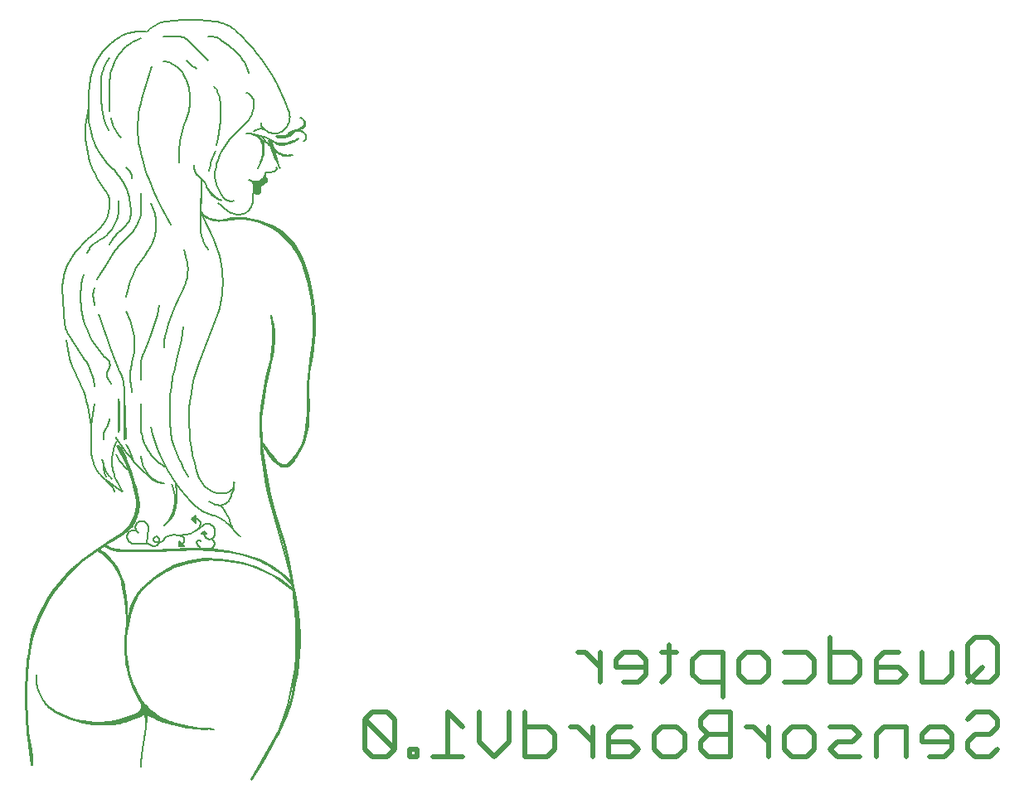
<source format=gbo>
G75*
G70*
%OFA0B0*%
%FSLAX24Y24*%
%IPPOS*%
%LPD*%
%AMOC8*
5,1,8,0,0,1.08239X$1,22.5*
%
%ADD10C,0.0050*%
%ADD11C,0.0100*%
%ADD12C,0.0070*%
%ADD13C,0.0120*%
%ADD14C,0.0200*%
D10*
X015700Y014707D02*
X016050Y014457D01*
X016101Y014456D02*
X016102Y014480D01*
X016100Y014503D01*
X016096Y014526D01*
X016088Y014548D01*
X016078Y014569D01*
X016066Y014589D01*
X016051Y014607D01*
X016050Y014907D02*
X016200Y014207D01*
X016200Y013957D02*
X016300Y013657D01*
X016250Y013707D02*
X016300Y013307D01*
X016300Y013157D02*
X016250Y012407D01*
X016300Y012407D02*
X016350Y012307D01*
X016300Y012057D01*
X016300Y012357D01*
X016300Y012407D01*
X016300Y012607D01*
X016300Y012707D01*
X016350Y012607D02*
X016300Y013007D01*
X016300Y012357D02*
X016301Y012322D01*
X016306Y012288D01*
X016313Y012254D01*
X016322Y012221D01*
X016335Y012188D01*
X016350Y012157D01*
X016350Y012107D02*
X016300Y011757D01*
X016300Y012057D01*
X016300Y011757D02*
X016300Y011407D01*
X016250Y011207D01*
X016300Y011057D02*
X016300Y011407D01*
X016349Y012107D02*
X016357Y012170D01*
X016360Y012233D01*
X016359Y012296D01*
X016355Y012359D01*
X016347Y012422D01*
X016335Y012485D01*
X016319Y012546D01*
X016299Y012606D01*
X016150Y014207D02*
X016153Y014235D01*
X016154Y014263D01*
X016151Y014291D01*
X016145Y014319D01*
X016136Y014346D01*
X016124Y014371D01*
X016109Y014396D01*
X016092Y014418D01*
X016072Y014438D01*
X016050Y014456D01*
X012900Y008757D02*
X012645Y008763D01*
X012391Y008782D01*
X012138Y008813D01*
X011887Y008856D01*
X011638Y008911D01*
X011392Y008978D01*
X011150Y009057D01*
X011100Y009007D02*
X011700Y008857D01*
X011550Y008907D02*
X011250Y008957D01*
X011550Y008907D02*
X011900Y008857D01*
X012900Y008757D02*
X012950Y008757D01*
X013900Y015807D02*
X013529Y015874D01*
X013156Y015924D01*
X012780Y015957D01*
X012404Y015974D01*
X012027Y015974D01*
X011650Y015957D01*
X011750Y016107D02*
X011700Y016157D01*
X011650Y016207D01*
X011600Y016157D01*
X011550Y016157D01*
X011550Y016107D01*
X011750Y016107D01*
X011700Y016157D02*
X011600Y016157D01*
X011600Y016257D01*
X011550Y016307D01*
X011550Y016157D01*
X011650Y016207D02*
X011600Y016257D01*
X011650Y016207D02*
X011672Y016217D01*
X011692Y016231D01*
X011710Y016247D01*
X011726Y016266D01*
X011738Y016287D01*
X011747Y016309D01*
X011752Y016333D01*
X011754Y016357D01*
X011752Y016381D01*
X011747Y016405D01*
X011738Y016427D01*
X011726Y016448D01*
X011710Y016467D01*
X011692Y016483D01*
X011672Y016497D01*
X011650Y016507D01*
X011650Y016557D02*
X011450Y016557D01*
X009800Y017207D02*
X009823Y017282D01*
X009850Y017357D01*
X010100Y017107D02*
X010070Y017114D01*
X010040Y017118D01*
X010009Y017117D01*
X009979Y017113D01*
X009950Y017105D01*
X009921Y017094D01*
X009895Y017079D01*
X009870Y017061D01*
X009848Y017040D01*
X009829Y017016D01*
X009812Y016990D01*
X009800Y016962D01*
X009790Y016933D01*
X009785Y016903D01*
X009783Y016873D01*
X009785Y016842D01*
X009791Y016812D01*
X009801Y016783D01*
X009814Y016756D01*
X009830Y016730D01*
X009850Y016706D01*
X009850Y016707D02*
X009900Y016657D01*
X009750Y016207D02*
X009717Y016209D01*
X009685Y016214D01*
X009654Y016223D01*
X009624Y016234D01*
X009595Y016250D01*
X009568Y016268D01*
X009543Y016288D01*
X009520Y016312D01*
X009500Y016338D01*
X009483Y016365D01*
X009468Y016395D01*
X009458Y016425D01*
X009450Y016457D01*
X009450Y016456D02*
X009446Y016486D01*
X009446Y016517D01*
X009450Y016547D01*
X009457Y016576D01*
X009468Y016605D01*
X009481Y016631D01*
X009498Y016657D01*
X009518Y016679D01*
X009541Y016700D01*
X009565Y016717D01*
X009592Y016732D01*
X009620Y016743D01*
X009649Y016751D01*
X009679Y016755D01*
X009710Y016756D01*
X009740Y016753D01*
X009769Y016746D01*
X009798Y016736D01*
X009825Y016723D01*
X009851Y016707D01*
X010300Y016807D02*
X010301Y016839D01*
X010298Y016872D01*
X010292Y016904D01*
X010282Y016935D01*
X010269Y016964D01*
X010253Y016992D01*
X010233Y017018D01*
X010211Y017042D01*
X010186Y017063D01*
X010159Y017081D01*
X010130Y017095D01*
X010100Y017107D01*
X010300Y016807D02*
X010250Y016257D01*
X010250Y016207D02*
X009750Y016207D01*
X010250Y016207D02*
X010277Y016206D01*
X010303Y016201D01*
X010329Y016194D01*
X010354Y016184D01*
X010378Y016172D01*
X010400Y016157D01*
X010250Y016207D02*
X010249Y016232D01*
X010250Y016257D01*
X010401Y016157D02*
X010424Y016142D01*
X010449Y016130D01*
X010475Y016121D01*
X010503Y016116D01*
X010530Y016114D01*
X010558Y016116D01*
X010585Y016122D01*
X010611Y016131D01*
X010636Y016143D01*
X010659Y016158D01*
X010680Y016177D01*
X010699Y016198D01*
X010714Y016221D01*
X010726Y016246D01*
X010735Y016272D01*
X010741Y016299D01*
X010743Y016327D01*
X010741Y016354D01*
X010736Y016382D01*
X010727Y016408D01*
X010715Y016433D01*
X010700Y016456D01*
X010550Y016307D02*
X010575Y016290D01*
X010602Y016277D01*
X010631Y016267D01*
X010660Y016260D01*
X010690Y016257D01*
X010720Y016258D01*
X010750Y016262D01*
X010779Y016270D01*
X010807Y016281D01*
X010834Y016296D01*
X010858Y016313D01*
X010880Y016334D01*
X010900Y016357D01*
X010700Y016456D02*
X010686Y016471D01*
X010670Y016483D01*
X010651Y016492D01*
X010632Y016498D01*
X010611Y016499D01*
X010591Y016497D01*
X010572Y016490D01*
X010554Y016481D01*
X010538Y016468D01*
X010525Y016452D01*
X010516Y016434D01*
X010509Y016415D01*
X010507Y016395D01*
X010508Y016374D01*
X010514Y016355D01*
X010523Y016336D01*
X010535Y016320D01*
X010550Y016306D01*
X010950Y016957D02*
X011050Y017057D01*
X011200Y017207D01*
X011200Y017257D02*
X011250Y017307D01*
X011249Y017307D02*
X011267Y017327D01*
X011282Y017349D01*
X011294Y017374D01*
X011302Y017399D01*
X011307Y017426D01*
X011308Y017453D01*
X011305Y017480D01*
X011299Y017506D01*
X011300Y017506D02*
X011299Y017515D01*
X011301Y017524D01*
X011305Y017531D01*
X011312Y017537D01*
X011321Y017540D01*
X011329Y017540D01*
X011338Y017537D01*
X011345Y017531D01*
X011349Y017524D01*
X011351Y017515D01*
X011350Y017506D01*
X011350Y017557D02*
X011350Y017607D01*
X011350Y017507D02*
X011344Y017494D01*
X011336Y017481D01*
X011326Y017471D01*
X011313Y017463D01*
X011300Y017457D01*
X011650Y016557D02*
X011709Y016559D01*
X011768Y016564D01*
X011827Y016573D01*
X011885Y016586D01*
X011942Y016602D01*
X011998Y016622D01*
X012053Y016645D01*
X012106Y016671D01*
X012158Y016700D01*
X012207Y016733D01*
X012255Y016769D01*
X012300Y016807D01*
X012250Y016757D02*
X012500Y016957D01*
X012550Y016707D02*
X012450Y016607D01*
X012500Y016607D01*
X012550Y016607D01*
X012600Y016607D01*
X012650Y016607D01*
X012550Y016707D01*
X012550Y016657D02*
X012500Y016607D01*
X012550Y016657D02*
X012600Y016607D01*
X012950Y016507D02*
X012964Y016540D01*
X012975Y016574D01*
X012983Y016608D01*
X012987Y016644D01*
X012988Y016679D01*
X012985Y016715D01*
X012979Y016750D01*
X012970Y016784D01*
X012957Y016817D01*
X012941Y016849D01*
X012923Y016880D01*
X012901Y016908D01*
X012877Y016934D01*
X012850Y016957D01*
X012824Y016975D01*
X012797Y016990D01*
X012768Y017002D01*
X012737Y017011D01*
X012706Y017016D01*
X012675Y017018D01*
X012644Y017016D01*
X012613Y017011D01*
X012582Y017002D01*
X012553Y016990D01*
X012526Y016975D01*
X012500Y016957D01*
X012400Y017006D02*
X012401Y017033D01*
X012397Y017060D01*
X012390Y017086D01*
X012379Y017110D01*
X012365Y017133D01*
X012347Y017153D01*
X012327Y017171D01*
X012304Y017185D01*
X012280Y017196D01*
X012254Y017203D01*
X012227Y017207D01*
X012200Y017206D01*
X012200Y017207D02*
X012200Y017157D01*
X012150Y017207D01*
X012200Y017257D01*
X012200Y017307D01*
X012200Y017357D01*
X012050Y017207D01*
X012200Y017057D01*
X012200Y017107D01*
X012200Y017157D01*
X012200Y017207D02*
X012200Y017257D01*
X012200Y017307D02*
X012100Y017207D01*
X012200Y017107D01*
X012400Y017007D02*
X012395Y016975D01*
X012387Y016943D01*
X012376Y016913D01*
X012361Y016883D01*
X012343Y016856D01*
X012323Y016830D01*
X012300Y016807D01*
X013450Y017407D02*
X013482Y017352D01*
X013511Y017295D01*
X013537Y017237D01*
X013561Y017178D01*
X013582Y017118D01*
X013600Y017057D01*
X013500Y017007D02*
X013700Y016807D01*
X013450Y017407D02*
X013300Y017657D01*
X013284Y017681D01*
X013266Y017703D01*
X013246Y017723D01*
X013224Y017741D01*
X013200Y017757D01*
X012950Y017807D02*
X012750Y017907D01*
X013550Y017957D02*
X013575Y017995D01*
X013596Y018034D01*
X013615Y018076D01*
X013630Y018118D01*
X013642Y018162D01*
X013650Y018207D01*
X013700Y018307D01*
X013450Y018256D02*
X013486Y018266D01*
X013521Y018280D01*
X013554Y018296D01*
X013586Y018316D01*
X013616Y018338D01*
X013643Y018364D01*
X013668Y018392D01*
X013690Y018422D01*
X013709Y018454D01*
X013725Y018487D01*
X013738Y018522D01*
X013748Y018559D01*
X013754Y018595D01*
X013756Y018633D01*
X013755Y018670D01*
X013750Y018707D01*
X013750Y018607D02*
X013754Y018563D01*
X013755Y018519D01*
X013751Y018475D01*
X013744Y018431D01*
X013733Y018389D01*
X013718Y018347D01*
X013700Y018307D01*
X013549Y017957D02*
X013524Y017924D01*
X013495Y017893D01*
X013464Y017865D01*
X013430Y017840D01*
X013394Y017818D01*
X013357Y017799D01*
X013318Y017783D01*
X013277Y017771D01*
X013236Y017763D01*
X013194Y017758D01*
X013152Y017757D01*
X013110Y017760D01*
X013069Y017766D01*
X013028Y017776D01*
X012988Y017790D01*
X012950Y017807D01*
X013600Y017057D02*
X013617Y017001D01*
X013637Y016947D01*
X013661Y016894D01*
X013688Y016843D01*
X013717Y016793D01*
X013750Y016745D01*
X013785Y016699D01*
X013824Y016656D01*
X013864Y016615D01*
X013907Y016576D01*
X013953Y016540D01*
X014000Y016507D01*
X012900Y016357D02*
X012850Y016407D01*
X012950Y016507D02*
X012936Y016482D01*
X012918Y016459D01*
X012898Y016439D01*
X012875Y016422D01*
X012850Y016409D01*
X012823Y016398D01*
X012795Y016392D01*
X012767Y016389D01*
X012738Y016390D01*
X012710Y016395D01*
X012683Y016404D01*
X012657Y016417D01*
X012633Y016432D01*
X012611Y016451D01*
X012593Y016473D01*
X012577Y016497D01*
X012565Y016523D01*
X012556Y016550D01*
X012551Y016578D01*
X012550Y016607D01*
X012250Y016256D02*
X012261Y016221D01*
X012274Y016187D01*
X012292Y016155D01*
X012312Y016124D01*
X012335Y016095D01*
X012360Y016069D01*
X012388Y016045D01*
X012418Y016024D01*
X012450Y016006D01*
X012450Y016007D02*
X012550Y015957D01*
X013500Y017007D02*
X013449Y017056D01*
X013396Y017101D01*
X013340Y017144D01*
X013283Y017184D01*
X013223Y017221D01*
X013161Y017255D01*
X013098Y017285D01*
X013033Y017313D01*
X012967Y017337D01*
X012900Y017357D01*
X011400Y017807D02*
X011385Y017776D01*
X011372Y017743D01*
X011363Y017710D01*
X011356Y017676D01*
X011351Y017642D01*
X011350Y017607D01*
X011400Y017807D02*
X011415Y017838D01*
X011428Y017871D01*
X011437Y017904D01*
X011444Y017938D01*
X011449Y017972D01*
X011450Y018007D01*
X011300Y018457D02*
X011250Y018607D01*
X009850Y018207D02*
X009819Y018292D01*
X009792Y018379D01*
X009769Y018467D01*
X009750Y018556D01*
X009800Y018357D02*
X009850Y018157D01*
X009900Y018057D02*
X009850Y018307D01*
X011300Y018456D02*
X011321Y018385D01*
X011339Y018313D01*
X011354Y018241D01*
X011365Y018168D01*
X011372Y018094D01*
X011376Y018020D01*
X011375Y017946D01*
X011372Y017872D01*
X011364Y017798D01*
X011353Y017725D01*
X011338Y017652D01*
X011320Y017580D01*
X011298Y017509D01*
X011272Y017440D01*
X011243Y017372D01*
X011211Y017305D01*
X011175Y017240D01*
X011136Y017177D01*
X011095Y017116D01*
X011050Y017057D01*
X011200Y017207D02*
X011229Y017238D01*
X011255Y017270D01*
X011279Y017305D01*
X011301Y017341D01*
X011320Y017378D01*
X011336Y017417D01*
X011350Y017457D01*
X012250Y016257D02*
X012248Y016274D01*
X012249Y016290D01*
X012254Y016307D01*
X012262Y016321D01*
X012273Y016334D01*
X012287Y016344D01*
X012302Y016351D01*
X012318Y016355D01*
X012335Y016355D01*
X012352Y016351D01*
X012367Y016344D01*
X012380Y016334D01*
X012392Y016322D01*
X012400Y016307D01*
X012800Y016006D02*
X012827Y016014D01*
X012852Y016026D01*
X012875Y016041D01*
X012896Y016058D01*
X012915Y016079D01*
X012931Y016101D01*
X012944Y016126D01*
X012953Y016152D01*
X012959Y016179D01*
X012961Y016206D01*
X012959Y016234D01*
X012954Y016261D01*
X012946Y016287D01*
X012934Y016312D01*
X012918Y016335D01*
X012900Y016356D01*
X012500Y015557D02*
X012475Y015556D01*
X012450Y015557D01*
X011650Y016507D02*
X011595Y016525D01*
X011539Y016540D01*
X011482Y016551D01*
X011424Y016558D01*
X011366Y016562D01*
X011308Y016561D01*
X011250Y016557D01*
X011209Y016551D01*
X011168Y016541D01*
X011129Y016528D01*
X011091Y016512D01*
X011054Y016493D01*
X011019Y016471D01*
X010986Y016446D01*
X010955Y016419D01*
X010926Y016389D01*
X010900Y016357D01*
X009200Y016607D02*
X007950Y015757D01*
X008550Y016107D02*
X008750Y016007D01*
X008804Y015982D01*
X008859Y015961D01*
X008916Y015943D01*
X008973Y015929D01*
X009032Y015918D01*
X009091Y015911D01*
X009150Y015907D01*
X008700Y009006D02*
X008439Y009002D01*
X008178Y009010D01*
X007917Y009030D01*
X007658Y009062D01*
X007400Y009106D01*
X007150Y009207D02*
X006900Y009307D01*
X006600Y009457D01*
X006650Y009407D02*
X006900Y009307D01*
X006650Y009407D02*
X006590Y009433D01*
X006532Y009462D01*
X006476Y009495D01*
X006422Y009531D01*
X006370Y009570D01*
X006321Y009612D01*
X006274Y009657D01*
X006230Y009704D01*
X006188Y009755D01*
X006150Y009807D01*
X005800Y010807D02*
X005800Y010957D01*
X006150Y009807D02*
X006199Y009754D01*
X006249Y009704D01*
X006302Y009655D01*
X006358Y009610D01*
X006416Y009567D01*
X006475Y009528D01*
X006537Y009491D01*
X006600Y009457D01*
X006600Y009407D02*
X006532Y009449D01*
X006466Y009495D01*
X006402Y009544D01*
X006341Y009596D01*
X006282Y009651D01*
X006227Y009709D01*
X006174Y009770D01*
X006124Y009833D01*
X006078Y009898D01*
X006034Y009966D01*
X005995Y010036D01*
X005958Y010108D01*
X005925Y010181D01*
X005896Y010256D01*
X005871Y010332D01*
X005849Y010409D01*
X005832Y010488D01*
X005818Y010567D01*
X005808Y010647D01*
X005802Y010727D01*
X005800Y010807D01*
X006600Y009407D02*
X006665Y009371D01*
X006732Y009337D01*
X006800Y009307D01*
X007750Y009007D02*
X007812Y008991D01*
X007874Y008977D01*
X007937Y008966D01*
X008000Y008957D01*
X008650Y009006D02*
X008667Y009004D01*
X008683Y009004D01*
X008700Y009006D01*
X008750Y009057D02*
X009300Y009157D01*
X009150Y009107D02*
X008900Y009057D01*
X008950Y009057D01*
X008900Y009057D02*
X008800Y009057D01*
X010200Y009557D02*
X010236Y009492D01*
X010270Y009425D01*
X010300Y009357D01*
X010350Y009407D01*
X010300Y009457D01*
X010250Y009557D01*
X010250Y009607D02*
X010241Y009613D01*
X010230Y009617D01*
X010220Y009617D01*
X010209Y009613D01*
X010200Y009607D01*
X010100Y009807D01*
X010050Y009807D02*
X009750Y010357D01*
X010200Y009407D02*
X010154Y009371D01*
X010106Y009338D01*
X010055Y009308D01*
X010003Y009281D01*
X009950Y009257D01*
X009900Y009257D02*
X009950Y009357D01*
X010000Y009307D02*
X010150Y009457D01*
X010150Y009507D02*
X010200Y009557D01*
X010200Y009607D02*
X010150Y009557D01*
X010000Y009807D01*
X010050Y009757D02*
X010050Y009657D01*
X010100Y009657D02*
X010050Y009507D01*
X010100Y009557D01*
X010050Y009557D02*
X010000Y009507D01*
X010050Y009607D01*
X010150Y009607D02*
X010100Y009707D01*
X010200Y009657D02*
X010191Y009663D01*
X010180Y009667D01*
X010170Y009667D01*
X010159Y009663D01*
X010150Y009657D01*
X010144Y009648D01*
X010140Y009637D01*
X010140Y009627D01*
X010144Y009616D01*
X010150Y009607D01*
X010159Y009601D01*
X010170Y009597D01*
X010180Y009597D01*
X010191Y009601D01*
X010200Y009607D01*
X010200Y009657D02*
X010250Y009607D01*
X010200Y009507D01*
X010200Y009457D02*
X010250Y009507D01*
X010250Y009557D02*
X010259Y009562D01*
X010270Y009565D01*
X010280Y009565D01*
X010291Y009562D01*
X010300Y009557D01*
X010350Y009457D02*
X010350Y009407D01*
X010350Y009357D01*
X010451Y009356D02*
X010450Y009375D01*
X010447Y009393D01*
X010440Y009410D01*
X010431Y009425D01*
X010419Y009439D01*
X010405Y009451D01*
X010389Y009459D01*
X010371Y009465D01*
X010353Y009468D01*
X010335Y009467D01*
X010317Y009464D01*
X010300Y009457D01*
X010250Y009507D02*
X010269Y009512D01*
X010288Y009515D01*
X010307Y009514D01*
X010326Y009510D01*
X010344Y009502D01*
X010360Y009491D01*
X010374Y009478D01*
X010385Y009462D01*
X010393Y009445D01*
X010398Y009426D01*
X010400Y009407D01*
X010400Y009307D01*
X010350Y009307D02*
X010450Y009257D01*
X010500Y009257D01*
X010550Y009307D02*
X010450Y009357D01*
X010441Y009353D01*
X010431Y009352D01*
X010421Y009354D01*
X010413Y009360D01*
X010407Y009368D01*
X010403Y009377D01*
X010403Y009387D01*
X010407Y009396D01*
X010413Y009404D01*
X010421Y009410D01*
X010431Y009412D01*
X010441Y009411D01*
X010450Y009407D01*
X010600Y009307D01*
X010650Y009157D02*
X010900Y009057D01*
X010450Y009256D02*
X010426Y009258D01*
X010403Y009263D01*
X010380Y009272D01*
X010360Y009283D01*
X010341Y009298D01*
X010324Y009315D01*
X010310Y009335D01*
X010300Y009356D01*
X010150Y009507D02*
X010129Y009498D01*
X010110Y009487D01*
X010092Y009473D01*
X010077Y009456D01*
X010064Y009438D01*
X010054Y009417D01*
X010047Y009396D01*
X010043Y009374D01*
X010042Y009351D01*
X010045Y009329D01*
X010050Y009307D01*
X010000Y009307D02*
X010200Y009407D01*
X010150Y009407D02*
X010200Y009457D01*
X010150Y009557D02*
X010000Y009457D01*
X010100Y009507D02*
X009750Y009307D01*
X010100Y009657D02*
X010141Y009621D01*
X010179Y009583D01*
X010214Y009542D01*
X010246Y009499D01*
X010275Y009454D01*
X010300Y009407D01*
X010150Y009557D02*
X010100Y009507D01*
X010100Y009557D02*
X010117Y009576D01*
X010130Y009597D01*
X010141Y009620D01*
X010148Y009644D01*
X010152Y009669D01*
X010152Y009695D01*
X010148Y009720D01*
X010141Y009744D01*
X010130Y009767D01*
X010117Y009788D01*
X010100Y009807D01*
X010050Y009657D02*
X010048Y009622D01*
X010043Y009587D01*
X010035Y009553D01*
X010023Y009519D01*
X010009Y009487D01*
X009991Y009457D01*
X009970Y009428D01*
X009947Y009401D01*
X009922Y009377D01*
X009894Y009355D01*
X009864Y009336D01*
X009833Y009320D01*
X009800Y009307D01*
X009700Y009307D02*
X009737Y009311D01*
X009774Y009320D01*
X009810Y009332D01*
X009844Y009348D01*
X009876Y009367D01*
X009907Y009389D01*
X009934Y009415D01*
X009959Y009443D01*
X009981Y009474D01*
X010000Y009507D01*
X010200Y009457D02*
X010218Y009426D01*
X010239Y009397D01*
X010263Y009370D01*
X010290Y009346D01*
X010319Y009325D01*
X010350Y009307D01*
X010200Y009407D02*
X010235Y009438D01*
X010269Y009472D01*
X010300Y009507D01*
X010000Y009507D02*
X009962Y009472D01*
X009923Y009438D01*
X009881Y009407D01*
X009838Y009378D01*
X009793Y009352D01*
X009747Y009328D01*
X009700Y009307D01*
X009750Y009257D02*
X009814Y009291D01*
X009876Y009327D01*
X009935Y009368D01*
X009993Y009411D01*
X010048Y009458D01*
X010100Y009507D01*
X010050Y009507D02*
X009998Y009458D01*
X009943Y009411D01*
X009885Y009368D01*
X009826Y009327D01*
X009764Y009291D01*
X009700Y009257D01*
X010050Y007757D02*
X010000Y007357D01*
X012650Y008757D02*
X012775Y008759D01*
X012900Y008757D01*
X012600Y015957D02*
X012800Y016007D01*
X012450Y015557D02*
X012378Y015561D01*
X012306Y015562D01*
X012234Y015558D01*
X012162Y015551D01*
X012091Y015540D01*
X012020Y015525D01*
X011950Y015507D01*
X010550Y009307D02*
X010774Y009202D01*
X011003Y009107D01*
X011236Y009024D01*
X011473Y008952D01*
X011713Y008892D01*
X011956Y008844D01*
X012200Y008807D01*
X011050Y009007D02*
X010999Y009022D01*
X010949Y009039D01*
X010900Y009057D01*
X010100Y009707D02*
X010071Y009768D01*
X010045Y009830D01*
X010021Y009893D01*
X010000Y009957D01*
X009750Y010356D02*
X009726Y010404D01*
X009705Y010452D01*
X009687Y010502D01*
X009672Y010553D01*
X009659Y010604D01*
X009650Y010656D01*
X009650Y009207D02*
X009589Y009178D01*
X009527Y009152D01*
X009464Y009128D01*
X009400Y009107D01*
X006200Y013907D02*
X006353Y014148D01*
X006517Y014381D01*
X006693Y014606D01*
X006878Y014822D01*
X007074Y015029D01*
X007280Y015227D01*
X007495Y015414D01*
X007718Y015591D01*
X007950Y015757D01*
X008300Y015956D02*
X008359Y015931D01*
X008417Y015901D01*
X008474Y015869D01*
X008528Y015833D01*
X008580Y015794D01*
X008629Y015752D01*
X008676Y015707D01*
X008720Y015659D01*
X008762Y015609D01*
X008800Y015557D01*
X009950Y009257D02*
X009705Y009165D01*
X009457Y009085D01*
X009205Y009015D01*
X008950Y008957D01*
X008950Y008956D02*
X009042Y008969D01*
X009133Y008985D01*
X009223Y009005D01*
X009312Y009029D01*
X009400Y009056D01*
X009750Y009307D02*
X009653Y009254D01*
X009553Y009207D01*
X009452Y009164D01*
X009348Y009126D01*
X009243Y009093D01*
X009136Y009065D01*
X009028Y009043D01*
X008919Y009025D01*
X008810Y009013D01*
X008700Y009007D01*
X005499Y011857D02*
X005528Y012081D01*
X005568Y012304D01*
X005618Y012524D01*
X005679Y012742D01*
X005749Y012957D01*
X009200Y014807D02*
X009133Y014964D01*
X009060Y015117D01*
X008979Y015268D01*
X008893Y015414D01*
X008800Y015557D01*
X009700Y009306D02*
X009505Y009230D01*
X009307Y009162D01*
X009107Y009102D01*
X008904Y009050D01*
X008700Y009006D01*
X005650Y012407D02*
X005708Y012635D01*
X005776Y012860D01*
X005856Y013082D01*
X005946Y013299D01*
X006047Y013512D01*
X006158Y013720D01*
X006279Y013922D01*
X006410Y014117D01*
X006550Y014306D01*
X009651Y009207D02*
X009856Y009315D01*
X010056Y009431D01*
X010251Y009557D01*
X015251Y008106D02*
X015349Y008247D01*
X015442Y008392D01*
X015528Y008541D01*
X015609Y008693D01*
X015683Y008848D01*
X015751Y009007D01*
X005600Y007907D02*
X005512Y008403D01*
X005447Y008903D01*
X005406Y009404D01*
X005388Y009908D01*
X005393Y010411D01*
X005423Y010914D01*
X005475Y011415D01*
X005551Y011913D01*
X005650Y012407D01*
X015900Y009706D02*
X016020Y010189D01*
X016119Y010678D01*
X016194Y011170D01*
X016247Y011665D01*
X016277Y012162D01*
X016285Y012660D01*
X016269Y013157D01*
X016230Y013654D01*
X016169Y014148D01*
X016085Y014639D01*
X015978Y015125D01*
X015850Y015606D01*
X011350Y008957D02*
X011197Y008997D01*
X011046Y009044D01*
X010897Y009098D01*
X010750Y009157D01*
X007050Y014907D02*
X007251Y015123D01*
X007462Y015330D01*
X007681Y015528D01*
X007910Y015715D01*
X008146Y015892D01*
X008390Y016058D01*
X008642Y016213D01*
X008900Y016357D01*
X009550Y016807D02*
X009589Y016843D01*
X009625Y016882D01*
X009659Y016923D01*
X009689Y016967D01*
X009718Y017012D01*
X009743Y017058D01*
X009765Y017107D01*
X009784Y017156D01*
X009800Y017207D01*
X011350Y017457D02*
X011378Y017559D01*
X011402Y017662D01*
X011421Y017766D01*
X011435Y017871D01*
X011445Y017976D01*
X011450Y018082D01*
X011449Y018187D01*
X011444Y018293D01*
X011434Y018398D01*
X011420Y018503D01*
X011400Y018607D01*
X011000Y019306D02*
X010988Y019301D01*
X010975Y019299D01*
X010962Y019301D01*
X010950Y019306D01*
X010949Y018657D02*
X010901Y018654D01*
X010852Y018655D01*
X010804Y018659D01*
X010756Y018666D01*
X010708Y018677D01*
X010662Y018691D01*
X010616Y018708D01*
X010572Y018728D01*
X010529Y018752D01*
X010489Y018778D01*
X010450Y018807D01*
X010050Y019507D02*
X010000Y019757D01*
X008850Y018807D02*
X008805Y018852D01*
X008762Y018899D01*
X008722Y018949D01*
X008684Y019001D01*
X008649Y019054D01*
X008617Y019110D01*
X008587Y019166D01*
X008561Y019225D01*
X008537Y019284D01*
X008517Y019345D01*
X008500Y019407D01*
X008450Y019607D01*
X009050Y020157D02*
X009074Y020141D01*
X009096Y020124D01*
X009117Y020103D01*
X009134Y020081D01*
X009150Y020057D01*
X009200Y020057D02*
X009150Y020107D01*
X009200Y020057D02*
X009050Y020157D01*
X009300Y019657D01*
X009400Y019657D02*
X009450Y019507D01*
X008500Y019357D02*
X008502Y019296D01*
X008509Y019235D01*
X008519Y019175D01*
X008533Y019115D01*
X008550Y019057D01*
X008600Y018907D01*
X008600Y018757D02*
X008800Y018557D01*
X009100Y018607D02*
X009250Y018357D01*
X009255Y018345D01*
X009257Y018332D01*
X009255Y018319D01*
X009250Y018307D01*
X009850Y018207D02*
X009873Y018144D01*
X009892Y018080D01*
X009907Y018015D01*
X009918Y017949D01*
X009926Y017882D01*
X009930Y017815D01*
X009930Y017749D01*
X009926Y017682D01*
X009918Y017615D01*
X009907Y017549D01*
X009892Y017484D01*
X009873Y017420D01*
X009850Y017357D01*
X009799Y018107D02*
X009813Y018034D01*
X009823Y017960D01*
X009830Y017886D01*
X009832Y017811D01*
X009831Y017737D01*
X009825Y017662D01*
X009816Y017588D01*
X009803Y017515D01*
X009787Y017442D01*
X009766Y017371D01*
X009742Y017300D01*
X009714Y017231D01*
X009683Y017163D01*
X009649Y017097D01*
X009611Y017033D01*
X009569Y016971D01*
X009525Y016911D01*
X009477Y016854D01*
X009427Y016799D01*
X009374Y016747D01*
X009318Y016697D01*
X009260Y016651D01*
X009200Y016607D01*
X009850Y018307D02*
X009831Y018396D01*
X009807Y018484D01*
X009781Y018571D01*
X009750Y018657D01*
X009500Y019207D02*
X009491Y019201D01*
X009480Y019198D01*
X009470Y019198D01*
X009459Y019201D01*
X009450Y019207D01*
X009700Y019557D02*
X009650Y019707D01*
X009450Y019857D02*
X009050Y020407D01*
X008500Y020557D02*
X008502Y020597D01*
X008506Y020637D01*
X008514Y020676D01*
X008526Y020715D01*
X008540Y020753D01*
X008557Y020789D01*
X008577Y020824D01*
X008600Y020857D01*
X008500Y020557D02*
X008500Y020407D01*
X009100Y020707D02*
X009100Y020757D01*
X009100Y021957D01*
X009100Y022057D01*
X009150Y021857D02*
X009150Y020807D01*
X009148Y020794D01*
X009143Y020782D01*
X009135Y020772D01*
X009125Y020764D01*
X009113Y020759D01*
X009100Y020757D01*
X009000Y020507D02*
X009009Y020481D01*
X009021Y020455D01*
X009034Y020430D01*
X009050Y020407D01*
X009350Y020407D02*
X009350Y022357D01*
X009350Y022257D02*
X009400Y020457D01*
X009350Y020407D01*
X009150Y020107D02*
X009133Y020122D01*
X009114Y020135D01*
X009094Y020145D01*
X009072Y020153D01*
X009050Y020157D01*
X009000Y019807D02*
X009150Y019557D01*
X008500Y018857D02*
X008450Y018901D01*
X008402Y018948D01*
X008357Y018997D01*
X008314Y019049D01*
X008274Y019102D01*
X008237Y019158D01*
X008202Y019216D01*
X008171Y019275D01*
X008143Y019336D01*
X008118Y019398D01*
X008096Y019461D01*
X008077Y019526D01*
X008062Y019591D01*
X008050Y019657D01*
X009200Y020057D02*
X009241Y019994D01*
X009279Y019930D01*
X009314Y019864D01*
X009346Y019796D01*
X009375Y019727D01*
X009400Y019657D01*
X009150Y019557D02*
X009186Y019501D01*
X009224Y019446D01*
X009264Y019394D01*
X009307Y019344D01*
X009353Y019296D01*
X009400Y019250D01*
X009450Y019206D01*
X009100Y018607D02*
X009057Y018682D01*
X009017Y018760D01*
X008982Y018840D01*
X008951Y018921D01*
X008923Y019004D01*
X008900Y019087D01*
X008880Y019172D01*
X008865Y019258D01*
X008854Y019345D01*
X008848Y019431D01*
X008845Y019519D01*
X008847Y019606D01*
X008853Y019692D01*
X008863Y019779D01*
X008877Y019865D01*
X008896Y019950D01*
X008919Y020034D01*
X008946Y020117D01*
X008976Y020198D01*
X009011Y020278D01*
X009050Y020356D01*
X010000Y021007D02*
X010000Y021857D01*
X016700Y022006D02*
X016704Y021725D01*
X016696Y021444D01*
X016676Y021163D01*
X016644Y020884D01*
X016600Y020606D01*
X015350Y019557D02*
X015289Y019618D01*
X015230Y019683D01*
X015175Y019750D01*
X015123Y019820D01*
X015074Y019892D01*
X015029Y019966D01*
X014987Y020043D01*
X014950Y020121D01*
X014916Y020202D01*
X014886Y020283D01*
X014860Y020367D01*
X014838Y020451D01*
X014820Y020536D01*
X014806Y020622D01*
X014797Y020709D01*
X014791Y020796D01*
X014790Y020883D01*
X014793Y020970D01*
X014800Y021057D01*
X016600Y020607D02*
X016581Y020516D01*
X016559Y020427D01*
X016531Y020338D01*
X016500Y020251D01*
X016465Y020165D01*
X016426Y020081D01*
X016383Y019999D01*
X016336Y019919D01*
X016286Y019842D01*
X016232Y019766D01*
X016175Y019694D01*
X016114Y019624D01*
X016050Y019557D01*
X015950Y019457D01*
X016000Y019457D02*
X015900Y019407D01*
X015950Y019407D02*
X015800Y019357D01*
X015900Y019357D02*
X015700Y019357D01*
X015600Y019357D02*
X015350Y019557D01*
X015400Y019557D02*
X015500Y019457D01*
X015600Y019407D02*
X015613Y019393D01*
X015628Y019380D01*
X015644Y019370D01*
X015662Y019363D01*
X015681Y019358D01*
X015700Y019357D01*
X015650Y019356D02*
X015670Y019344D01*
X015692Y019335D01*
X015715Y019329D01*
X015738Y019325D01*
X015762Y019325D01*
X015785Y019329D01*
X015808Y019335D01*
X015830Y019344D01*
X015850Y019356D01*
X016000Y019407D02*
X016150Y019557D01*
X016001Y019406D02*
X015977Y019385D01*
X015951Y019367D01*
X015924Y019351D01*
X015895Y019339D01*
X015865Y019329D01*
X015834Y019323D01*
X015802Y019320D01*
X015771Y019321D01*
X015739Y019325D01*
X015708Y019332D01*
X015679Y019343D01*
X015650Y019356D01*
X015600Y019357D02*
X015624Y019340D01*
X015649Y019325D01*
X015676Y019313D01*
X015704Y019305D01*
X015733Y019299D01*
X015762Y019296D01*
X015792Y019297D01*
X015821Y019300D01*
X015850Y019307D01*
X015950Y019457D02*
X015926Y019436D01*
X015901Y019417D01*
X015873Y019402D01*
X015843Y019390D01*
X015813Y019381D01*
X015782Y019376D01*
X015750Y019374D01*
X015718Y019376D01*
X015687Y019381D01*
X015657Y019390D01*
X015627Y019402D01*
X015599Y019417D01*
X015574Y019436D01*
X015550Y019457D01*
X015800Y019357D02*
X015833Y019372D01*
X015865Y019389D01*
X015895Y019410D01*
X015924Y019432D01*
X015950Y019457D01*
X015800Y019357D02*
X015763Y019354D01*
X015726Y019355D01*
X015689Y019358D01*
X015653Y019366D01*
X015617Y019376D01*
X015583Y019390D01*
X015550Y019407D01*
X015583Y019393D01*
X015618Y019381D01*
X015653Y019373D01*
X015689Y019368D01*
X015725Y019366D01*
X015761Y019368D01*
X015797Y019373D01*
X015832Y019381D01*
X015867Y019393D01*
X015900Y019407D01*
X015850Y019307D02*
X015891Y019320D01*
X015931Y019337D01*
X015970Y019357D01*
X016007Y019379D01*
X016041Y019405D01*
X016074Y019433D01*
X016105Y019464D01*
X016133Y019497D01*
X016158Y019532D01*
X016181Y019568D01*
X016201Y019607D01*
X015550Y019406D02*
X015497Y019439D01*
X015446Y019475D01*
X015397Y019514D01*
X015350Y019556D01*
X015550Y019407D02*
X015585Y019393D01*
X015618Y019377D01*
X015650Y019357D01*
X015850Y019357D02*
X015911Y019401D01*
X015969Y019448D01*
X016026Y019497D01*
X016080Y019549D01*
X016131Y019603D01*
X016181Y019660D01*
X016227Y019719D01*
X016271Y019780D01*
X016312Y019842D01*
X016350Y019907D01*
X011900Y018907D02*
X011802Y019076D01*
X011710Y019250D01*
X011627Y019427D01*
X011550Y019607D01*
X011350Y020107D01*
X010050Y019506D02*
X010065Y019442D01*
X010083Y019379D01*
X010106Y019317D01*
X010131Y019256D01*
X010161Y019197D01*
X010193Y019139D01*
X010229Y019084D01*
X010268Y019031D01*
X010311Y018980D01*
X010356Y018932D01*
X010404Y018887D01*
X010454Y018844D01*
X010507Y018805D01*
X010562Y018768D01*
X010619Y018735D01*
X010678Y018705D01*
X010738Y018679D01*
X010800Y018656D01*
X012350Y018857D02*
X012372Y018802D01*
X012398Y018748D01*
X012427Y018696D01*
X012459Y018646D01*
X012494Y018598D01*
X012532Y018552D01*
X012573Y018509D01*
X012617Y018469D01*
X012663Y018431D01*
X012711Y018396D01*
X012761Y018365D01*
X012813Y018336D01*
X012867Y018311D01*
X012923Y018289D01*
X012979Y018271D01*
X013037Y018256D01*
X013095Y018245D01*
X013154Y018238D01*
X013214Y018234D01*
X013273Y018235D01*
X013332Y018238D01*
X013391Y018246D01*
X013450Y018257D01*
X012900Y017357D02*
X012814Y017383D01*
X012731Y017413D01*
X012648Y017446D01*
X012567Y017483D01*
X012488Y017524D01*
X012411Y017569D01*
X012336Y017617D01*
X012264Y017669D01*
X012194Y017724D01*
X012126Y017782D01*
X012062Y017843D01*
X012000Y017907D01*
X008049Y019657D02*
X008020Y019877D01*
X008001Y020099D01*
X007991Y020321D01*
X007991Y020543D01*
X008001Y020765D01*
X008020Y020987D01*
X008049Y021207D01*
X008050Y021207D02*
X008150Y021857D01*
X008350Y009007D02*
X008400Y009007D01*
X005650Y007407D02*
X005650Y007307D01*
X005650Y007407D02*
X005648Y007508D01*
X005642Y007608D01*
X005632Y007708D01*
X005618Y007808D01*
X005600Y007907D01*
X008400Y009007D02*
X008526Y009010D01*
X008651Y009020D01*
X008776Y009035D01*
X008900Y009057D01*
X005750Y012956D02*
X005825Y013153D01*
X005907Y013347D01*
X005998Y013537D01*
X006095Y013724D01*
X006200Y013906D01*
X009200Y014807D02*
X009259Y014648D01*
X009311Y014485D01*
X009355Y014321D01*
X009391Y014154D01*
X009419Y013986D01*
X009438Y013817D01*
X009450Y013648D01*
X009454Y013477D01*
X009450Y013307D01*
X009400Y012307D01*
X010300Y009557D02*
X010203Y009484D01*
X010102Y009415D01*
X009997Y009352D01*
X009890Y009294D01*
X009780Y009240D01*
X009668Y009193D01*
X009554Y009150D01*
X009437Y009113D01*
X009320Y009082D01*
X009200Y009057D01*
X010600Y009307D02*
X010681Y009256D01*
X010764Y009208D01*
X010849Y009165D01*
X010936Y009125D01*
X011025Y009089D01*
X011115Y009058D01*
X011207Y009030D01*
X011300Y009007D01*
X012500Y015557D02*
X012724Y015571D01*
X012949Y015575D01*
X013175Y015568D01*
X013399Y015552D01*
X013623Y015524D01*
X013845Y015487D01*
X014065Y015439D01*
X014282Y015381D01*
X014497Y015314D01*
X014708Y015236D01*
X014916Y015149D01*
X015119Y015052D01*
X015318Y014946D01*
X015511Y014831D01*
X015699Y014707D01*
X009400Y012656D02*
X009379Y012446D01*
X009367Y012234D01*
X009366Y012022D01*
X009374Y011810D01*
X009393Y011599D01*
X009422Y011389D01*
X009461Y011181D01*
X009509Y010975D01*
X009567Y010771D01*
X009635Y010570D01*
X009713Y010373D01*
X009800Y010180D01*
X009895Y009991D01*
X010000Y009806D01*
X009849Y010206D02*
X009901Y010108D01*
X009958Y010012D01*
X010019Y009919D01*
X010085Y009829D01*
X010154Y009743D01*
X010228Y009660D01*
X010306Y009580D01*
X010387Y009505D01*
X010473Y009433D01*
X010561Y009365D01*
X010652Y009302D01*
X010747Y009244D01*
X010844Y009189D01*
X010944Y009140D01*
X011046Y009096D01*
X011150Y009056D01*
X010350Y014657D02*
X010509Y014783D01*
X010674Y014901D01*
X010843Y015012D01*
X011018Y015115D01*
X011197Y015210D01*
X011380Y015297D01*
X011567Y015376D01*
X011757Y015446D01*
X011950Y015507D01*
X010350Y014657D02*
X010273Y014591D01*
X010200Y014522D01*
X010131Y014449D01*
X010064Y014372D01*
X010002Y014293D01*
X009943Y014211D01*
X009889Y014126D01*
X009838Y014039D01*
X009792Y013949D01*
X009749Y013857D01*
X008950Y008956D02*
X008760Y008940D01*
X008570Y008931D01*
X008380Y008931D01*
X008190Y008940D01*
X008000Y008956D01*
X009650Y009256D02*
X009770Y009317D01*
X009887Y009384D01*
X010000Y009456D01*
X008750Y009057D02*
X008618Y009036D01*
X008486Y009021D01*
X008352Y009012D01*
X008219Y009009D01*
X008086Y009012D01*
X007952Y009021D01*
X007820Y009037D01*
X007688Y009058D01*
X007557Y009085D01*
X007428Y009118D01*
X007300Y009157D01*
X014500Y006806D02*
X014732Y007138D01*
X014948Y007480D01*
X015148Y007832D01*
X015333Y008192D01*
X015500Y008561D01*
X015651Y008936D01*
X015784Y009318D01*
X015900Y009706D01*
X009850Y010206D02*
X009762Y010396D01*
X009682Y010590D01*
X009612Y010787D01*
X009552Y010987D01*
X009501Y011190D01*
X009460Y011396D01*
X009429Y011603D01*
X009408Y011811D01*
X009398Y012020D01*
X009397Y012230D01*
X009406Y012439D01*
X009426Y012647D01*
X009455Y012854D01*
X009495Y013060D01*
X009544Y013263D01*
X009603Y013464D01*
X009672Y013662D01*
X009750Y013856D01*
X009200Y009056D02*
X008998Y009023D01*
X008796Y009000D01*
X008592Y008987D01*
X008388Y008983D01*
X008185Y008989D01*
X007981Y009006D01*
X007779Y009032D01*
X007578Y009067D01*
X007380Y009113D01*
X007183Y009168D01*
X006990Y009233D01*
X006800Y009306D01*
X015749Y009007D02*
X015893Y009388D01*
X016019Y009776D01*
X016128Y010168D01*
X016218Y010566D01*
X016290Y010967D01*
X016344Y011370D01*
X016379Y011776D01*
X016396Y012183D01*
X016393Y012591D01*
X016373Y012998D01*
X016333Y013403D01*
X016276Y013807D01*
X016199Y014207D01*
X016050Y014606D02*
X015915Y014743D01*
X015774Y014874D01*
X015627Y014998D01*
X015474Y015115D01*
X015316Y015224D01*
X015152Y015326D01*
X014984Y015420D01*
X014812Y015505D01*
X014636Y015583D01*
X014456Y015652D01*
X014273Y015712D01*
X014088Y015763D01*
X013900Y015806D01*
X011600Y008907D02*
X011461Y008923D01*
X011323Y008945D01*
X011186Y008973D01*
X011050Y009007D01*
X016250Y011106D02*
X016294Y011290D01*
X016329Y011476D01*
X016355Y011663D01*
X016372Y011852D01*
X016380Y012040D01*
X016379Y012229D01*
X016369Y012418D01*
X016350Y012606D01*
X012650Y008757D02*
X012491Y008755D01*
X012331Y008761D01*
X012172Y008774D01*
X012014Y008794D01*
X011856Y008822D01*
X011701Y008857D01*
X009400Y009107D02*
X009235Y009061D01*
X009068Y009023D01*
X008899Y008993D01*
X008729Y008971D01*
X008558Y008957D01*
X008387Y008952D01*
X008216Y008955D01*
X008045Y008967D01*
X007875Y008986D01*
X007706Y009014D01*
X007539Y009050D01*
X007373Y009095D01*
X007210Y009147D01*
X007049Y009207D01*
X016250Y010856D02*
X016308Y011262D01*
X016346Y011670D01*
X016364Y012080D01*
X016363Y012490D01*
X016341Y012899D01*
X016300Y013307D01*
X009449Y013007D02*
X009399Y012657D01*
X009650Y009257D02*
X009476Y009178D01*
X009300Y009107D01*
X009400Y009057D02*
X009603Y009131D01*
X009804Y009214D01*
X010000Y009307D01*
X006550Y014307D02*
X006795Y014610D01*
X007050Y014907D01*
X009650Y018807D02*
X009547Y019095D01*
X009431Y019379D01*
X009300Y019657D01*
X009650Y019707D02*
X009618Y019795D01*
X009582Y019881D01*
X009542Y019966D01*
X009499Y020048D01*
X009451Y020129D01*
X009400Y020207D01*
X008000Y020957D02*
X007900Y021557D01*
X008750Y021257D02*
X008744Y021203D01*
X008734Y021150D01*
X008721Y021097D01*
X008704Y021046D01*
X008683Y020996D01*
X008659Y020948D01*
X008631Y020901D01*
X008600Y020857D01*
X009150Y021857D02*
X009149Y021876D01*
X009144Y021895D01*
X009137Y021913D01*
X009127Y021929D01*
X009114Y021944D01*
X009100Y021957D01*
X009650Y022307D02*
X009600Y022657D01*
X010000Y022807D02*
X010000Y023407D01*
X010002Y023465D01*
X010006Y023523D01*
X010014Y023581D01*
X010025Y023638D01*
X010039Y023694D01*
X010057Y023749D01*
X010077Y023804D01*
X010100Y023857D01*
X015150Y023057D02*
X015208Y023314D01*
X015255Y023573D01*
X015291Y023833D01*
X015314Y024096D01*
X015325Y024358D01*
X015324Y024622D01*
X015311Y024884D01*
X015286Y025146D01*
X015250Y025407D01*
X016950Y025157D02*
X016959Y025032D01*
X016962Y024907D01*
X016959Y024782D01*
X016950Y024657D01*
X016850Y023607D01*
X016900Y024107D02*
X016901Y024098D01*
X016904Y024089D01*
X016911Y024082D01*
X016920Y024078D01*
X016930Y024078D01*
X016939Y024082D01*
X016946Y024089D01*
X016949Y024098D01*
X016950Y024107D01*
X016900Y024107D02*
X016950Y024407D01*
X015350Y024157D02*
X015300Y023857D01*
X015250Y023707D02*
X015300Y024307D01*
X010451Y018807D02*
X010265Y018963D01*
X010087Y019127D01*
X009916Y019299D01*
X009753Y019478D01*
X009598Y019664D01*
X009451Y019857D01*
X008800Y018557D02*
X008829Y018526D01*
X008855Y018494D01*
X008879Y018459D01*
X008901Y018423D01*
X008920Y018386D01*
X008936Y018347D01*
X008950Y018307D01*
X009550Y016807D02*
X009429Y016705D01*
X009303Y016609D01*
X009173Y016518D01*
X009038Y016434D01*
X008900Y016357D01*
X010950Y019307D02*
X010869Y019360D01*
X010790Y019416D01*
X010714Y019477D01*
X010642Y019541D01*
X010572Y019608D01*
X010506Y019679D01*
X010443Y019753D01*
X010384Y019830D01*
X010329Y019909D01*
X010278Y019991D01*
X010230Y020076D01*
X010187Y020163D01*
X010149Y020251D01*
X010114Y020342D01*
X010084Y020434D01*
X010058Y020527D01*
X010037Y020622D01*
X010021Y020717D01*
X010009Y020814D01*
X010002Y020910D01*
X010000Y021007D01*
X008800Y022657D02*
X008700Y022807D01*
X008681Y022837D01*
X008666Y022869D01*
X008654Y022902D01*
X008646Y022937D01*
X008641Y022972D01*
X008639Y023007D01*
X008641Y023042D01*
X008646Y023077D01*
X008654Y023112D01*
X008666Y023145D01*
X008681Y023177D01*
X008700Y023207D01*
X008718Y023237D01*
X008733Y023269D01*
X008744Y023302D01*
X008752Y023336D01*
X008756Y023371D01*
X008757Y023406D01*
X008754Y023441D01*
X008747Y023475D01*
X008737Y023509D01*
X008724Y023541D01*
X008707Y023572D01*
X008687Y023601D01*
X008664Y023628D01*
X008639Y023652D01*
X008611Y023673D01*
X008582Y023692D01*
X008550Y023707D01*
X008100Y022807D02*
X008150Y022557D01*
X009150Y023157D02*
X009194Y023049D01*
X009232Y022940D01*
X009265Y022829D01*
X009293Y022716D01*
X009316Y022602D01*
X009333Y022488D01*
X009344Y022372D01*
X009350Y022256D01*
X009600Y022657D02*
X009589Y022751D01*
X009582Y022846D01*
X009579Y022942D01*
X009580Y023037D01*
X009586Y023132D01*
X009596Y023227D01*
X009610Y023321D01*
X009628Y023414D01*
X009650Y023507D01*
X015300Y024307D02*
X015311Y024483D01*
X015314Y024658D01*
X015309Y024834D01*
X015297Y025009D01*
X015277Y025184D01*
X015250Y025357D01*
X016500Y027656D02*
X016452Y027770D01*
X016398Y027881D01*
X016339Y027989D01*
X016275Y028094D01*
X016206Y028197D01*
X016132Y028296D01*
X016054Y028391D01*
X015971Y028482D01*
X015884Y028570D01*
X015794Y028653D01*
X015699Y028732D01*
X015600Y028806D01*
X015650Y028707D02*
X015850Y028507D01*
X016100Y028207D01*
X016100Y028257D02*
X016250Y027957D01*
X016300Y028007D02*
X016050Y028357D01*
X015900Y028507D02*
X015800Y028607D01*
X015750Y028607D02*
X015450Y028857D01*
X015300Y028907D02*
X014850Y029107D01*
X015100Y029057D02*
X015200Y028957D01*
X015209Y028951D01*
X015220Y028947D01*
X015230Y028947D01*
X015241Y028951D01*
X015250Y028957D01*
X014400Y029257D02*
X013950Y029307D01*
X013900Y029307D02*
X013850Y029307D01*
X013700Y029257D02*
X013300Y029207D01*
X012500Y029356D02*
X012484Y029393D01*
X012470Y029430D01*
X012459Y029468D01*
X012450Y029506D01*
X012500Y029357D02*
X012900Y028507D01*
X013350Y029707D02*
X013312Y029745D01*
X013273Y029782D01*
X013232Y029817D01*
X013190Y029849D01*
X013146Y029879D01*
X013100Y029907D01*
X012951Y029207D02*
X012897Y029217D01*
X012845Y029232D01*
X012794Y029249D01*
X012744Y029271D01*
X012696Y029295D01*
X012649Y029323D01*
X012604Y029354D01*
X012562Y029388D01*
X012522Y029425D01*
X012485Y029465D01*
X012451Y029507D01*
X012550Y029407D02*
X012524Y029427D01*
X012499Y029450D01*
X012477Y029474D01*
X012458Y029501D01*
X012440Y029530D01*
X012426Y029560D01*
X012414Y029591D01*
X012406Y029623D01*
X012400Y029656D01*
X012400Y029007D02*
X012450Y030757D01*
X012650Y030557D02*
X012900Y030257D01*
X012550Y029407D02*
X012602Y029372D01*
X012657Y029341D01*
X012713Y029313D01*
X012771Y029289D01*
X012830Y029268D01*
X012891Y029250D01*
X012952Y029236D01*
X013014Y029226D01*
X013076Y029219D01*
X013139Y029216D01*
X013202Y029217D01*
X013265Y029221D01*
X013327Y029229D01*
X013389Y029241D01*
X013450Y029257D01*
X012400Y029006D02*
X012399Y028934D01*
X012402Y028861D01*
X012409Y028789D01*
X012419Y028717D01*
X012432Y028646D01*
X012449Y028576D01*
X012469Y028506D01*
X012493Y028437D01*
X012520Y028370D01*
X012550Y028304D01*
X012583Y028239D01*
X012619Y028176D01*
X012658Y028115D01*
X012700Y028056D01*
X011750Y028057D02*
X011850Y027607D01*
X009350Y028956D02*
X009269Y028887D01*
X009191Y028815D01*
X009116Y028739D01*
X009044Y028660D01*
X008976Y028578D01*
X008911Y028494D01*
X008850Y028406D01*
X008850Y028407D02*
X008750Y028257D01*
X008250Y028357D02*
X008206Y028333D01*
X008163Y028307D01*
X008122Y028277D01*
X008083Y028245D01*
X008046Y028211D01*
X008012Y028174D01*
X007980Y028135D01*
X007950Y028094D01*
X007924Y028051D01*
X007900Y028007D01*
X007850Y027907D01*
X007700Y027057D02*
X007650Y026807D01*
X008250Y026857D02*
X008350Y027007D01*
X012901Y028507D02*
X012979Y028330D01*
X013049Y028150D01*
X013111Y027967D01*
X013164Y027781D01*
X013208Y027593D01*
X013244Y027402D01*
X013271Y027211D01*
X013289Y027018D01*
X013298Y026825D01*
X013298Y026632D01*
X013289Y026439D01*
X013271Y026246D01*
X013245Y026055D01*
X013209Y025864D01*
X013165Y025676D01*
X013112Y025490D01*
X013051Y025307D01*
X009500Y026507D02*
X009551Y026670D01*
X009608Y026830D01*
X009673Y026987D01*
X009744Y027141D01*
X009822Y027292D01*
X009907Y027440D01*
X009999Y027583D01*
X010096Y027722D01*
X010200Y027857D01*
X011851Y027607D02*
X011866Y027529D01*
X011878Y027451D01*
X011886Y027373D01*
X011890Y027294D01*
X011891Y027215D01*
X011888Y027136D01*
X011881Y027057D01*
X011871Y026979D01*
X011857Y026901D01*
X011840Y026825D01*
X011819Y026748D01*
X011794Y026673D01*
X011767Y026600D01*
X011735Y026527D01*
X011701Y026456D01*
X007650Y026807D02*
X007621Y026641D01*
X007600Y026475D01*
X007587Y026308D01*
X007582Y026140D01*
X007585Y025972D01*
X007596Y025805D01*
X007616Y025638D01*
X007643Y025473D01*
X007678Y025308D01*
X007721Y025146D01*
X007771Y024986D01*
X007830Y024829D01*
X007895Y024675D01*
X007968Y024524D01*
X008049Y024376D01*
X008136Y024233D01*
X008230Y024094D01*
X008330Y023960D01*
X008437Y023830D01*
X008550Y023706D01*
X007050Y024707D02*
X007026Y024754D01*
X007005Y024802D01*
X006986Y024852D01*
X006971Y024903D01*
X006959Y024954D01*
X006950Y025007D01*
X009400Y025556D02*
X009461Y025439D01*
X009516Y025319D01*
X009566Y025196D01*
X009609Y025071D01*
X009647Y024945D01*
X009678Y024816D01*
X009703Y024686D01*
X009723Y024555D01*
X009735Y024424D01*
X009742Y024292D01*
X009742Y024159D01*
X009736Y024027D01*
X009724Y023896D01*
X009706Y023765D01*
X009681Y023635D01*
X009650Y023506D01*
X016850Y023856D02*
X016896Y024203D01*
X016925Y024552D01*
X016938Y024901D01*
X016933Y025251D01*
X016911Y025600D01*
X016872Y025947D01*
X016817Y026292D01*
X016744Y026635D01*
X016655Y026973D01*
X016550Y027306D01*
X016600Y027407D02*
X016500Y027657D01*
X016500Y027607D02*
X016650Y027207D01*
X016550Y027507D02*
X016450Y027757D01*
X016100Y028257D02*
X016078Y028296D01*
X016053Y028334D01*
X016026Y028369D01*
X015995Y028402D01*
X015962Y028433D01*
X015927Y028460D01*
X015889Y028485D01*
X015850Y028507D01*
X007750Y023607D02*
X007502Y023964D01*
X007268Y024331D01*
X007050Y024707D01*
X008150Y025807D02*
X008100Y026057D01*
X008091Y026107D01*
X008086Y026158D01*
X008085Y026209D01*
X008087Y026260D01*
X008093Y026311D01*
X008102Y026361D01*
X008114Y026411D01*
X008130Y026459D01*
X008150Y026507D01*
X006850Y026506D02*
X006853Y026609D01*
X006861Y026711D01*
X006873Y026813D01*
X006890Y026914D01*
X006912Y027014D01*
X006939Y027113D01*
X006970Y027211D01*
X007006Y027307D01*
X007046Y027401D01*
X007091Y027494D01*
X007140Y027584D01*
X007193Y027672D01*
X007250Y027757D01*
X010200Y027857D02*
X010255Y027929D01*
X010307Y028003D01*
X010355Y028081D01*
X010399Y028160D01*
X010439Y028241D01*
X010476Y028325D01*
X010508Y028409D01*
X010536Y028496D01*
X010560Y028583D01*
X010580Y028672D01*
X010595Y028762D01*
X010606Y028852D01*
X010613Y028942D01*
X010615Y029033D01*
X010613Y029124D01*
X010606Y029215D01*
X010595Y029305D01*
X010580Y029394D01*
X010560Y029483D01*
X010537Y029571D01*
X010508Y029657D01*
X010476Y029742D01*
X010440Y029825D01*
X010400Y029907D01*
X010850Y029707D02*
X011200Y029057D01*
X012650Y030557D02*
X012623Y030615D01*
X012594Y030672D01*
X012560Y030727D01*
X012524Y030779D01*
X012485Y030830D01*
X012443Y030878D01*
X012398Y030924D01*
X012350Y030966D01*
X012300Y031006D01*
X012150Y031307D02*
X012150Y031457D01*
X012150Y031307D02*
X012152Y031272D01*
X012156Y031238D01*
X012164Y031204D01*
X012176Y031171D01*
X012190Y031139D01*
X012207Y031109D01*
X012226Y031080D01*
X012249Y031054D01*
X012273Y031029D01*
X012300Y031007D01*
X012750Y031207D02*
X012800Y031457D01*
X014700Y031307D02*
X014735Y031370D01*
X014767Y031435D01*
X014796Y031501D01*
X014822Y031568D01*
X014844Y031637D01*
X014863Y031706D01*
X014879Y031776D01*
X014891Y031847D01*
X014900Y031919D01*
X014905Y031991D01*
X014907Y032063D01*
X014905Y032135D01*
X014900Y032207D01*
X014900Y032307D01*
X014900Y032407D02*
X015100Y032307D01*
X015150Y032257D01*
X015200Y032257D02*
X015150Y032457D01*
X015200Y032457D02*
X015250Y032257D01*
X015300Y032257D02*
X015250Y032407D01*
X015300Y032407D02*
X015450Y032307D01*
X015300Y032207D02*
X015350Y032057D01*
X015550Y031907D01*
X015450Y032007D02*
X015350Y032107D01*
X015350Y032057D02*
X015400Y031907D01*
X015750Y032257D02*
X015950Y032307D01*
X016101Y031856D02*
X016060Y031838D01*
X016017Y031823D01*
X015974Y031812D01*
X015930Y031805D01*
X015885Y031801D01*
X015841Y031802D01*
X015796Y031806D01*
X015752Y031813D01*
X015709Y031825D01*
X015667Y031840D01*
X015626Y031859D01*
X015587Y031881D01*
X015550Y031906D01*
X015450Y031257D02*
X015431Y031235D01*
X015410Y031215D01*
X015387Y031198D01*
X015362Y031183D01*
X015335Y031172D01*
X015307Y031164D01*
X015279Y031159D01*
X015250Y031157D01*
X015000Y031157D01*
X015000Y031057D01*
X015000Y030957D01*
X015000Y030907D02*
X015050Y030807D01*
X014950Y030757D01*
X015000Y030857D01*
X014750Y030657D01*
X014700Y030657D02*
X014950Y030857D01*
X015050Y030907D02*
X015063Y030893D01*
X015073Y030877D01*
X015080Y030860D01*
X015084Y030841D01*
X015084Y030823D01*
X015080Y030804D01*
X015073Y030787D01*
X015063Y030771D01*
X015050Y030757D01*
X014700Y030607D01*
X014749Y030557D02*
X014740Y030556D01*
X014731Y030553D01*
X014724Y030546D01*
X014720Y030537D01*
X014720Y030527D01*
X014724Y030518D01*
X014731Y030511D01*
X014740Y030508D01*
X014749Y030507D01*
X014751Y030557D02*
X014766Y030552D01*
X014780Y030544D01*
X014792Y030533D01*
X014801Y030519D01*
X014806Y030504D01*
X014808Y030488D01*
X014806Y030472D01*
X014801Y030457D01*
X014800Y030457D02*
X014750Y030357D01*
X014750Y030307D02*
X014700Y030757D01*
X014650Y030757D02*
X014700Y030307D01*
X014650Y030307D02*
X014600Y030757D01*
X014550Y030757D02*
X014600Y030307D01*
X014550Y030307D02*
X014550Y030457D01*
X014800Y030357D02*
X014811Y030384D01*
X014818Y030413D01*
X014822Y030442D01*
X014822Y030472D01*
X014818Y030501D01*
X014811Y030530D01*
X014800Y030557D01*
X014800Y030607D02*
X014900Y030657D01*
X014850Y030707D02*
X014950Y030757D01*
X015050Y030757D02*
X015057Y030762D01*
X015063Y030769D01*
X015066Y030778D01*
X015066Y030786D01*
X015063Y030795D01*
X015057Y030802D01*
X015050Y030807D01*
X015033Y030816D01*
X015017Y030829D01*
X015005Y030844D01*
X014995Y030861D01*
X014989Y030880D01*
X014986Y030900D01*
X014987Y030920D01*
X014992Y030939D01*
X015000Y030957D01*
X014950Y030907D02*
X014700Y030707D01*
X014750Y030607D02*
X014766Y030598D01*
X014780Y030587D01*
X014791Y030573D01*
X014800Y030557D01*
X014751Y030507D02*
X014760Y030506D01*
X014769Y030503D01*
X014776Y030496D01*
X014780Y030487D01*
X014780Y030477D01*
X014776Y030468D01*
X014769Y030461D01*
X014760Y030458D01*
X014751Y030457D01*
X014800Y030357D02*
X014790Y030338D01*
X014776Y030321D01*
X014760Y030307D01*
X014742Y030295D01*
X014723Y030287D01*
X014702Y030282D01*
X014680Y030280D01*
X014659Y030282D01*
X014638Y030287D01*
X014618Y030295D01*
X014600Y030307D01*
X014588Y030314D01*
X014575Y030319D01*
X014561Y030320D01*
X014547Y030318D01*
X014534Y030313D01*
X014522Y030306D01*
X014512Y030296D01*
X014505Y030284D01*
X014501Y030271D01*
X014499Y030257D01*
X014500Y030257D02*
X014500Y030007D01*
X014498Y029962D01*
X014493Y029917D01*
X014483Y029872D01*
X014471Y029829D01*
X014454Y029787D01*
X014434Y029746D01*
X014411Y029707D01*
X014385Y029670D01*
X014356Y029635D01*
X014324Y029603D01*
X014290Y029573D01*
X014253Y029547D01*
X014215Y029523D01*
X014174Y029503D01*
X014132Y029486D01*
X014089Y029472D01*
X014044Y029463D01*
X014000Y029457D01*
X012400Y029656D02*
X012394Y029726D01*
X012391Y029795D01*
X012392Y029865D01*
X012396Y029934D01*
X012405Y030003D01*
X012416Y030072D01*
X012431Y030139D01*
X012450Y030206D01*
X013000Y037207D02*
X012668Y037246D01*
X012334Y037270D01*
X012000Y037278D01*
X011666Y037270D01*
X011332Y037246D01*
X011000Y037207D01*
X010900Y036607D02*
X011500Y036607D01*
X011500Y036606D02*
X011546Y036604D01*
X011592Y036599D01*
X011637Y036590D01*
X011681Y036578D01*
X011725Y036563D01*
X011767Y036544D01*
X011808Y036522D01*
X011846Y036497D01*
X011883Y036470D01*
X011918Y036439D01*
X011950Y036406D01*
X012700Y036607D02*
X012800Y036607D01*
X012050Y035457D02*
X012086Y035422D01*
X012125Y035390D01*
X012165Y035360D01*
X012207Y035332D01*
X012250Y035307D01*
X012050Y035457D02*
X011850Y035657D01*
X011000Y037207D02*
X010935Y037195D01*
X010870Y037181D01*
X010806Y037163D01*
X010743Y037141D01*
X010682Y037116D01*
X010622Y037088D01*
X010563Y037057D01*
X010507Y037023D01*
X010452Y036986D01*
X010399Y036945D01*
X010348Y036902D01*
X010300Y036857D01*
X010250Y036807D01*
X010000Y036557D02*
X009800Y036457D01*
X008750Y035757D02*
X008650Y035607D01*
X007950Y034707D02*
X007900Y034207D01*
X007900Y033757D01*
X007900Y033557D01*
X013101Y032506D02*
X013142Y032737D01*
X013173Y032970D01*
X013195Y033203D01*
X013207Y033438D01*
X013209Y033672D01*
X013201Y033907D01*
X014250Y033157D02*
X014292Y033204D01*
X014332Y033254D01*
X014369Y033306D01*
X014402Y033360D01*
X014433Y033416D01*
X014460Y033474D01*
X014483Y033533D01*
X014504Y033593D01*
X014520Y033655D01*
X014533Y033717D01*
X014542Y033780D01*
X014548Y033843D01*
X014550Y033907D01*
X014548Y033948D01*
X014543Y033988D01*
X014535Y034028D01*
X014523Y034067D01*
X014508Y034105D01*
X014489Y034142D01*
X014468Y034177D01*
X014444Y034210D01*
X014417Y034241D01*
X014388Y034270D01*
X014356Y034296D01*
X014323Y034319D01*
X014287Y034339D01*
X014250Y034357D01*
X015800Y032307D02*
X015878Y032323D01*
X015954Y032343D01*
X016030Y032366D01*
X016105Y032393D01*
X016178Y032423D01*
X016250Y032457D01*
X016350Y032507D01*
X016550Y032407D02*
X016572Y032421D01*
X016593Y032438D01*
X016610Y032458D01*
X016625Y032480D01*
X016637Y032503D01*
X016645Y032528D01*
X016650Y032554D01*
X016652Y032580D01*
X016650Y032607D01*
X016600Y032707D02*
X016550Y032757D01*
X016450Y032907D02*
X016500Y032957D01*
X016400Y032907D01*
X016550Y033007D01*
X016600Y033057D02*
X016600Y033107D01*
X016550Y033257D02*
X016500Y033307D01*
X016483Y033322D01*
X016464Y033335D01*
X016444Y033345D01*
X016422Y033353D01*
X016400Y033357D01*
X016550Y033257D02*
X016562Y033230D01*
X016570Y033202D01*
X016575Y033173D01*
X016577Y033143D01*
X016575Y033114D01*
X016571Y033084D01*
X016562Y033056D01*
X016551Y033029D01*
X016537Y033003D01*
X016520Y032979D01*
X016500Y032957D01*
X016515Y032966D01*
X016529Y032978D01*
X016541Y032992D01*
X016550Y033007D01*
X016450Y032907D02*
X016476Y032913D01*
X016502Y032922D01*
X016526Y032934D01*
X016548Y032950D01*
X016567Y032968D01*
X016584Y032989D01*
X016598Y033012D01*
X016609Y033037D01*
X016617Y033062D01*
X016620Y033089D01*
X016621Y033116D01*
X016617Y033143D01*
X016610Y033169D01*
X016600Y033193D01*
X016586Y033217D01*
X016569Y033238D01*
X016550Y033256D01*
X016400Y032907D02*
X016300Y032857D01*
X016150Y032757D02*
X016100Y032707D01*
X016050Y032707D02*
X015950Y032607D01*
X015950Y032707D02*
X016050Y032757D01*
X016100Y031857D02*
X016055Y031844D01*
X016009Y031833D01*
X015963Y031827D01*
X015916Y031823D01*
X015869Y031824D01*
X015823Y031827D01*
X015776Y031834D01*
X015731Y031845D01*
X015686Y031859D01*
X015643Y031876D01*
X015600Y031896D01*
X015560Y031920D01*
X015521Y031946D01*
X015485Y031975D01*
X015450Y032007D01*
X015000Y032407D02*
X014900Y032557D01*
X015000Y032857D02*
X014967Y032871D01*
X014932Y032883D01*
X014897Y032891D01*
X014861Y032896D01*
X014825Y032898D01*
X014789Y032896D01*
X014753Y032891D01*
X014718Y032883D01*
X014683Y032871D01*
X014650Y032857D01*
X014550Y032807D01*
X014600Y032657D02*
X014750Y032557D01*
X014850Y032607D02*
X014869Y032592D01*
X014885Y032576D01*
X014900Y032557D01*
X015000Y032407D02*
X015021Y032378D01*
X015045Y032352D01*
X015071Y032328D01*
X015100Y032307D01*
X015450Y032607D02*
X015700Y032607D01*
X015850Y032307D02*
X015820Y032288D01*
X015788Y032273D01*
X015755Y032261D01*
X015720Y032253D01*
X015685Y032248D01*
X015650Y032246D01*
X015615Y032248D01*
X015580Y032253D01*
X015545Y032261D01*
X015512Y032273D01*
X015480Y032288D01*
X015450Y032307D01*
X015500Y032557D02*
X015700Y032557D01*
X015500Y032557D02*
X015487Y032563D01*
X015474Y032571D01*
X015464Y032581D01*
X015456Y032594D01*
X015450Y032607D01*
X015700Y032556D02*
X015734Y032558D01*
X015769Y032563D01*
X015802Y032571D01*
X015835Y032582D01*
X015866Y032596D01*
X015896Y032614D01*
X015924Y032634D01*
X015950Y032656D01*
X015950Y032706D02*
X015924Y032684D01*
X015896Y032664D01*
X015866Y032646D01*
X015835Y032632D01*
X015802Y032621D01*
X015769Y032613D01*
X015734Y032608D01*
X015700Y032606D01*
X015800Y032307D02*
X015748Y032300D01*
X015696Y032296D01*
X015644Y032297D01*
X015592Y032301D01*
X015540Y032309D01*
X015490Y032322D01*
X015440Y032338D01*
X015391Y032357D01*
X015345Y032380D01*
X015300Y032407D01*
X014850Y033007D02*
X014840Y033024D01*
X014832Y033043D01*
X014828Y033062D01*
X014826Y033082D01*
X014828Y033102D01*
X014832Y033121D01*
X014840Y033140D01*
X014850Y033157D01*
X015700Y032807D02*
X015739Y032838D01*
X015776Y032871D01*
X015811Y032907D01*
X015843Y032945D01*
X015872Y032986D01*
X015899Y033028D01*
X015922Y033073D01*
X015942Y033118D01*
X015958Y033165D01*
X015971Y033214D01*
X015981Y033263D01*
X015987Y033312D01*
X015990Y033362D01*
X015989Y033412D01*
X015984Y033462D01*
X015976Y033511D01*
X015965Y033560D01*
X015949Y033607D01*
X016350Y032507D02*
X016305Y032472D01*
X016259Y032441D01*
X016211Y032411D01*
X016161Y032385D01*
X016110Y032361D01*
X016058Y032340D01*
X016004Y032322D01*
X015950Y032307D01*
X015950Y032707D02*
X015983Y032735D01*
X016018Y032760D01*
X016055Y032783D01*
X016094Y032801D01*
X016135Y032816D01*
X016177Y032828D01*
X016220Y032835D01*
X016263Y032839D01*
X016306Y032838D01*
X016349Y032834D01*
X016392Y032826D01*
X016434Y032814D01*
X016474Y032798D01*
X016513Y032779D01*
X016550Y032757D01*
X016600Y032707D02*
X016615Y032690D01*
X016628Y032671D01*
X016638Y032651D01*
X016646Y032629D01*
X016650Y032607D01*
X016450Y032907D02*
X016408Y032899D01*
X016367Y032888D01*
X016327Y032874D01*
X016288Y032856D01*
X016251Y032835D01*
X016215Y032812D01*
X016182Y032786D01*
X016150Y032757D01*
X016100Y032758D02*
X016059Y032737D01*
X016020Y032714D01*
X015984Y032687D01*
X015950Y032657D01*
X016050Y032757D02*
X016089Y032775D01*
X016130Y032790D01*
X016172Y032801D01*
X016214Y032809D01*
X016257Y032814D01*
X016300Y032816D01*
X016343Y032814D01*
X016386Y032809D01*
X016428Y032801D01*
X016470Y032790D01*
X016511Y032775D01*
X016550Y032757D01*
X016100Y032707D02*
X016066Y032676D01*
X016030Y032647D01*
X015991Y032621D01*
X015951Y032598D01*
X015909Y032578D01*
X015865Y032562D01*
X015821Y032549D01*
X015775Y032539D01*
X015729Y032533D01*
X015683Y032531D01*
X015637Y032532D01*
X015591Y032537D01*
X015545Y032545D01*
X015500Y032557D01*
X015700Y032807D02*
X015662Y032783D01*
X015623Y032761D01*
X015583Y032743D01*
X015540Y032729D01*
X015497Y032717D01*
X015453Y032710D01*
X015409Y032706D01*
X015365Y032705D01*
X015320Y032709D01*
X015276Y032715D01*
X015233Y032726D01*
X015191Y032740D01*
X015150Y032757D01*
X015150Y032756D02*
X015106Y032779D01*
X015063Y032804D01*
X015022Y032832D01*
X014984Y032862D01*
X014947Y032895D01*
X014912Y032930D01*
X014880Y032967D01*
X014850Y033006D01*
X014350Y032707D02*
X014250Y032707D01*
X010000Y031907D02*
X009956Y032104D01*
X009922Y032304D01*
X009897Y032505D01*
X009882Y032706D01*
X009877Y032909D01*
X009882Y033111D01*
X009896Y033313D01*
X009920Y033514D01*
X009954Y033714D01*
X009997Y033911D01*
X010050Y034107D01*
X011700Y035107D02*
X011749Y035015D01*
X011793Y034922D01*
X011833Y034826D01*
X011868Y034728D01*
X011899Y034629D01*
X011924Y034528D01*
X011945Y034427D01*
X011960Y034324D01*
X011971Y034221D01*
X011976Y034117D01*
X011977Y034013D01*
X011972Y033910D01*
X011962Y033806D01*
X011947Y033703D01*
X011928Y033602D01*
X011903Y033501D01*
X011873Y033401D01*
X011839Y033303D01*
X011800Y033207D01*
X007800Y033207D02*
X007782Y033025D01*
X007772Y032843D01*
X007772Y032660D01*
X007780Y032477D01*
X007798Y032295D01*
X007824Y032115D01*
X007859Y031935D01*
X007903Y031758D01*
X007955Y031583D01*
X008016Y031410D01*
X008085Y031241D01*
X008163Y031076D01*
X008248Y030914D01*
X008341Y030757D01*
X008442Y030604D01*
X008550Y030457D01*
X015950Y033606D02*
X015805Y033983D01*
X015642Y034352D01*
X015462Y034713D01*
X015264Y035065D01*
X015050Y035406D01*
X008400Y034806D02*
X008402Y034442D01*
X008419Y034079D01*
X008452Y033717D01*
X008500Y033356D01*
X008800Y033357D02*
X008850Y033157D01*
X008600Y033057D02*
X008700Y032857D01*
X008600Y033057D02*
X008577Y033105D01*
X008556Y033153D01*
X008538Y033203D01*
X008523Y033254D01*
X008510Y033305D01*
X008501Y033357D01*
X008850Y033157D02*
X008867Y033095D01*
X008887Y033034D01*
X008911Y032975D01*
X008937Y032916D01*
X008967Y032860D01*
X008999Y032804D01*
X009034Y032751D01*
X009072Y032699D01*
X009112Y032649D01*
X009155Y032602D01*
X009200Y032557D01*
X009400Y031357D02*
X009500Y031257D01*
X009501Y031257D02*
X009530Y031225D01*
X009557Y031191D01*
X009580Y031154D01*
X009601Y031116D01*
X009618Y031076D01*
X009631Y031035D01*
X009641Y030993D01*
X009648Y030950D01*
X009651Y030907D01*
X015049Y035407D02*
X014874Y035660D01*
X014689Y035906D01*
X014493Y036144D01*
X014288Y036374D01*
X014073Y036595D01*
X013849Y036807D01*
X013250Y036457D02*
X013206Y036488D01*
X013160Y036515D01*
X013112Y036539D01*
X013062Y036560D01*
X013012Y036577D01*
X012960Y036590D01*
X012907Y036599D01*
X012854Y036605D01*
X012800Y036607D01*
X013000Y037207D02*
X013079Y037194D01*
X013156Y037177D01*
X013233Y037156D01*
X013308Y037131D01*
X013383Y037103D01*
X013455Y037071D01*
X013526Y037035D01*
X013595Y036996D01*
X013663Y036954D01*
X013728Y036908D01*
X013790Y036859D01*
X013850Y036807D01*
X013800Y036006D02*
X013868Y035943D01*
X013933Y035876D01*
X013995Y035806D01*
X014053Y035733D01*
X014107Y035657D01*
X014158Y035579D01*
X014204Y035499D01*
X014247Y035416D01*
X014286Y035331D01*
X014320Y035244D01*
X014350Y035156D01*
X012950Y034606D02*
X012989Y034550D01*
X013025Y034492D01*
X013058Y034432D01*
X013088Y034370D01*
X013114Y034307D01*
X013137Y034242D01*
X013157Y034177D01*
X013173Y034110D01*
X013185Y034043D01*
X013194Y033975D01*
X013200Y033907D01*
X007900Y033757D02*
X007860Y033575D01*
X007827Y033391D01*
X007800Y033207D01*
X008400Y034806D02*
X008403Y034877D01*
X008409Y034948D01*
X008419Y035018D01*
X008432Y035087D01*
X008448Y035156D01*
X008468Y035224D01*
X008491Y035291D01*
X008516Y035357D01*
X008545Y035422D01*
X008577Y035485D01*
X008612Y035547D01*
X008650Y035607D01*
X009100Y036556D02*
X009170Y036598D01*
X009243Y036637D01*
X009317Y036671D01*
X009393Y036703D01*
X009470Y036730D01*
X009549Y036754D01*
X009628Y036774D01*
X009709Y036791D01*
X009790Y036803D01*
X009872Y036812D01*
X009954Y036816D01*
X010036Y036817D01*
X010118Y036814D01*
X010200Y036806D01*
X009800Y036457D02*
X009720Y036414D01*
X009641Y036368D01*
X009565Y036317D01*
X009491Y036264D01*
X009421Y036206D01*
X009352Y036146D01*
X009287Y036082D01*
X009225Y036015D01*
X009166Y035946D01*
X009111Y035873D01*
X009059Y035798D01*
X009011Y035721D01*
X008967Y035641D01*
X008926Y035560D01*
X008890Y035476D01*
X008857Y035391D01*
X008829Y035304D01*
X008804Y035217D01*
X008784Y035128D01*
X008768Y035038D01*
X008757Y034947D01*
X008750Y034857D01*
X007950Y034707D02*
X007965Y034825D01*
X007985Y034942D01*
X008011Y035058D01*
X008043Y035172D01*
X008079Y035285D01*
X008122Y035396D01*
X008169Y035505D01*
X008222Y035611D01*
X008280Y035715D01*
X008342Y035816D01*
X008410Y035913D01*
X008482Y036008D01*
X008558Y036098D01*
X008639Y036185D01*
X008724Y036268D01*
X008813Y036347D01*
X008905Y036422D01*
X009001Y036492D01*
X009100Y036557D01*
X010900Y035607D02*
X010961Y035601D01*
X011022Y035592D01*
X011082Y035579D01*
X011141Y035562D01*
X011199Y035541D01*
X011255Y035517D01*
X011310Y035489D01*
X011363Y035458D01*
X011414Y035424D01*
X011463Y035387D01*
X011510Y035347D01*
X011554Y035304D01*
X011595Y035258D01*
X011633Y035210D01*
X011668Y035159D01*
X011700Y035107D01*
X007900Y033606D02*
X007900Y033464D01*
X007906Y033322D01*
X007918Y033180D01*
X007938Y033039D01*
X007964Y032899D01*
X007996Y032760D01*
X008035Y032623D01*
X008080Y032488D01*
X008131Y032356D01*
X008188Y032225D01*
X008252Y032098D01*
X008321Y031974D01*
X008396Y031853D01*
X008476Y031735D01*
X008562Y031622D01*
X008653Y031512D01*
X008749Y031407D01*
X008850Y031307D01*
X009950Y029256D02*
X009914Y029168D01*
X009873Y029082D01*
X009829Y028997D01*
X009781Y028914D01*
X009730Y028834D01*
X009675Y028756D01*
X009616Y028680D01*
X009554Y028607D01*
X009489Y028537D01*
X009421Y028470D01*
X009350Y028407D01*
X009950Y029257D02*
X009967Y029305D01*
X009980Y029355D01*
X009990Y029405D01*
X009997Y029456D01*
X010000Y029507D01*
X009599Y029457D02*
X009596Y029409D01*
X009589Y029362D01*
X009579Y029315D01*
X009565Y029269D01*
X009548Y029224D01*
X009528Y029180D01*
X009505Y029138D01*
X009479Y029098D01*
X009451Y029059D01*
X009420Y029023D01*
X009386Y028989D01*
X009350Y028957D01*
X013800Y036007D02*
X013530Y036237D01*
X013250Y036457D01*
X015200Y032257D02*
X015236Y032127D01*
X015277Y031998D01*
X015325Y031872D01*
X015378Y031748D01*
X015436Y031626D01*
X015500Y031507D01*
X015449Y031357D02*
X015458Y031342D01*
X015464Y031325D01*
X015466Y031307D01*
X015464Y031289D01*
X015458Y031272D01*
X015449Y031257D01*
X015051Y030907D02*
X015025Y030931D01*
X015001Y030957D01*
X012801Y031456D02*
X012819Y031538D01*
X012841Y031619D01*
X012866Y031699D01*
X012895Y031778D01*
X012927Y031856D01*
X012962Y031932D01*
X013001Y032006D01*
X013050Y032257D02*
X013100Y032507D01*
X014950Y032207D02*
X014952Y032134D01*
X014951Y032061D01*
X014945Y031988D01*
X014937Y031915D01*
X014924Y031843D01*
X014908Y031772D01*
X014889Y031701D01*
X014866Y031632D01*
X014839Y031564D01*
X014809Y031497D01*
X014776Y031432D01*
X014739Y031368D01*
X014700Y031307D01*
X015050Y030757D02*
X015015Y030728D01*
X014978Y030702D01*
X014940Y030678D01*
X014900Y030657D01*
X014450Y030807D02*
X014350Y030857D01*
X013200Y030307D02*
X013162Y030367D01*
X013127Y030429D01*
X013096Y030493D01*
X013069Y030559D01*
X013045Y030626D01*
X013025Y030694D01*
X013008Y030763D01*
X012995Y030833D01*
X012986Y030903D01*
X012981Y030974D01*
X012980Y031045D01*
X012983Y031116D01*
X012989Y031187D01*
X013000Y031257D01*
X012649Y030557D02*
X012674Y030502D01*
X012702Y030449D01*
X012734Y030398D01*
X012768Y030349D01*
X012806Y030302D01*
X012846Y030257D01*
X012889Y030215D01*
X012934Y030176D01*
X012982Y030140D01*
X013032Y030107D01*
X013084Y030077D01*
X013138Y030050D01*
X013193Y030026D01*
X013250Y030007D01*
X013300Y030157D02*
X013200Y030307D01*
X013550Y029257D02*
X013486Y029236D01*
X013420Y029220D01*
X013354Y029207D01*
X013287Y029198D01*
X013220Y029192D01*
X013152Y029190D01*
X013084Y029192D01*
X013017Y029197D01*
X012950Y029207D01*
X013550Y029257D02*
X013599Y029272D01*
X013648Y029285D01*
X013698Y029294D01*
X013748Y029301D01*
X013799Y029306D01*
X013850Y029307D01*
X014000Y029457D02*
X013945Y029453D01*
X013889Y029454D01*
X013834Y029458D01*
X013779Y029467D01*
X013725Y029479D01*
X013672Y029496D01*
X013620Y029515D01*
X013570Y029539D01*
X013521Y029566D01*
X013475Y029597D01*
X013431Y029630D01*
X013389Y029667D01*
X013350Y029707D01*
X013300Y030157D02*
X013321Y030128D01*
X013346Y030100D01*
X013372Y030076D01*
X013401Y030054D01*
X013432Y030034D01*
X013465Y030018D01*
X013499Y030005D01*
X013534Y029995D01*
X013570Y029988D01*
X013606Y029985D01*
X013643Y029986D01*
X013679Y029989D01*
X013715Y029997D01*
X013749Y030007D01*
X014550Y030457D02*
X014549Y030508D01*
X014544Y030559D01*
X014537Y030609D01*
X014528Y030659D01*
X014515Y030708D01*
X014500Y030757D01*
X015300Y032407D02*
X015240Y032444D01*
X015178Y032478D01*
X015115Y032510D01*
X015051Y032539D01*
X014985Y032565D01*
X014918Y032587D01*
X014850Y032607D01*
X014750Y032557D02*
X014784Y032532D01*
X014815Y032505D01*
X014844Y032474D01*
X014869Y032441D01*
X014892Y032406D01*
X014911Y032369D01*
X014926Y032330D01*
X014938Y032290D01*
X014946Y032249D01*
X014950Y032207D01*
X011800Y033207D02*
X011748Y033080D01*
X011702Y032951D01*
X011662Y032820D01*
X011628Y032687D01*
X011600Y032553D01*
X011578Y032417D01*
X011563Y032281D01*
X011553Y032144D01*
X011550Y032007D01*
X011550Y031557D01*
X012450Y030857D02*
X012451Y030807D01*
X012450Y030757D01*
X012900Y030257D02*
X012936Y030216D01*
X012975Y030178D01*
X013016Y030142D01*
X013059Y030109D01*
X013104Y030079D01*
X013151Y030052D01*
X013200Y030028D01*
X013250Y030007D01*
X014550Y032657D02*
X014626Y032650D01*
X014701Y032640D01*
X014776Y032625D01*
X014850Y032607D01*
X014900Y032207D02*
X014894Y032251D01*
X014885Y032296D01*
X014871Y032339D01*
X014854Y032381D01*
X014834Y032422D01*
X014810Y032460D01*
X014784Y032497D01*
X014754Y032531D01*
X014722Y032563D01*
X014687Y032592D01*
X014650Y032618D01*
X014611Y032641D01*
X014570Y032661D01*
X014528Y032678D01*
X014485Y032690D01*
X014440Y032700D01*
X014395Y032705D01*
X014350Y032707D01*
X015151Y032257D02*
X015190Y032214D01*
X015227Y032170D01*
X015261Y032123D01*
X015293Y032074D01*
X015321Y032024D01*
X015346Y031971D01*
X015367Y031917D01*
X015386Y031863D01*
X015401Y031807D01*
X015499Y031557D02*
X015514Y031505D01*
X015531Y031454D01*
X015551Y031403D01*
X015574Y031354D01*
X015600Y031307D01*
X013750Y032657D02*
X013662Y032570D01*
X013578Y032478D01*
X013500Y032382D01*
X013425Y032282D01*
X013356Y032179D01*
X013292Y032072D01*
X013234Y031962D01*
X013180Y031850D01*
X013133Y031735D01*
X013091Y031618D01*
X013055Y031500D01*
X013024Y031379D01*
X013000Y031257D01*
X014950Y030957D02*
X014977Y031006D01*
X015000Y031057D01*
X014950Y030956D02*
X014929Y030924D01*
X014905Y030894D01*
X014878Y030867D01*
X014849Y030842D01*
X014817Y030821D01*
X014783Y030803D01*
X014748Y030788D01*
X014711Y030777D01*
X014673Y030770D01*
X014635Y030766D01*
X014597Y030767D01*
X014559Y030771D01*
X014521Y030779D01*
X014485Y030791D01*
X014450Y030806D01*
X013950Y029307D02*
X013888Y029312D01*
X013825Y029314D01*
X013762Y029312D01*
X013700Y029307D01*
X013450Y029256D02*
X013531Y029278D01*
X013614Y029295D01*
X013697Y029308D01*
X013780Y029318D01*
X013864Y029323D01*
X013949Y029325D01*
X014033Y029323D01*
X014116Y029317D01*
X014200Y029306D01*
X015150Y029006D02*
X015223Y028976D01*
X015295Y028943D01*
X015365Y028907D01*
X015433Y028867D01*
X015500Y028824D01*
X015564Y028778D01*
X015626Y028729D01*
X015686Y028677D01*
X015743Y028623D01*
X015798Y028566D01*
X015850Y028506D01*
X016300Y028007D02*
X016345Y027940D01*
X016387Y027872D01*
X016426Y027802D01*
X016462Y027730D01*
X016495Y027657D01*
X016524Y027582D01*
X016550Y027507D01*
X006850Y026507D02*
X006860Y026006D01*
X006893Y025505D01*
X006950Y025007D01*
X016550Y027507D02*
X016663Y027127D01*
X016763Y026743D01*
X016850Y026357D01*
X014500Y029206D02*
X014402Y029229D01*
X014303Y029247D01*
X014203Y029260D01*
X014103Y029269D01*
X014002Y029273D01*
X013901Y029272D01*
X013801Y029266D01*
X013700Y029256D01*
X014200Y029306D02*
X014331Y029284D01*
X014461Y029255D01*
X014590Y029221D01*
X014717Y029180D01*
X014841Y029133D01*
X014964Y029080D01*
X015083Y029021D01*
X015200Y028956D01*
X015200Y028957D02*
X015323Y028881D01*
X015443Y028799D01*
X015559Y028711D01*
X015670Y028618D01*
X015777Y028520D01*
X015879Y028417D01*
X015976Y028309D01*
X016068Y028197D01*
X016155Y028080D01*
X016236Y027959D01*
X016311Y027835D01*
X016380Y027708D01*
X016443Y027577D01*
X016500Y027443D01*
X016550Y027307D01*
X016601Y027407D02*
X016655Y027261D01*
X016702Y027113D01*
X016743Y026963D01*
X016775Y026811D01*
X016801Y026657D01*
X016950Y025757D02*
X016940Y025607D01*
X016936Y025457D01*
X016940Y025307D01*
X016950Y025157D01*
X010399Y020907D02*
X010479Y020604D01*
X010573Y020306D01*
X010681Y020013D01*
X010801Y019725D01*
X010936Y019443D01*
X011083Y019167D01*
X011242Y018899D01*
X011414Y018638D01*
X011598Y018385D01*
X011793Y018141D01*
X011999Y017906D01*
X011350Y020107D02*
X011313Y020204D01*
X011282Y020302D01*
X011254Y020402D01*
X011232Y020503D01*
X011213Y020604D01*
X011200Y020707D01*
X016350Y019906D02*
X016409Y020017D01*
X016463Y020131D01*
X016512Y020247D01*
X016555Y020365D01*
X016593Y020486D01*
X016625Y020607D01*
X016652Y020730D01*
X016673Y020854D01*
X016688Y020979D01*
X016698Y021105D01*
X016702Y021230D01*
X016700Y021356D01*
X014950Y020157D02*
X015013Y020048D01*
X015081Y019943D01*
X015153Y019841D01*
X015231Y019742D01*
X015313Y019648D01*
X015400Y019557D01*
X012351Y018857D02*
X012249Y019154D01*
X012162Y019455D01*
X012089Y019760D01*
X012030Y020068D01*
X011986Y020378D01*
X011956Y020690D01*
X011940Y021003D01*
X011939Y021317D01*
X011953Y021630D01*
X011981Y021942D01*
X012024Y022252D01*
X012081Y022561D01*
X012153Y022866D01*
X012238Y023167D01*
X012337Y023465D01*
X012451Y023757D01*
X010949Y024107D02*
X010945Y024186D01*
X010944Y024265D01*
X010947Y024345D01*
X010955Y024424D01*
X010966Y024502D01*
X010981Y024580D01*
X010999Y024657D01*
X007450Y022907D02*
X007363Y023084D01*
X007285Y023265D01*
X007216Y023449D01*
X007155Y023636D01*
X007103Y023826D01*
X007059Y024018D01*
X007025Y024212D01*
X007000Y024407D01*
X011450Y023607D02*
X011521Y023872D01*
X011582Y024141D01*
X011632Y024411D01*
X011671Y024683D01*
X011700Y024957D01*
X015250Y025406D02*
X015283Y025233D01*
X015308Y025059D01*
X015326Y024884D01*
X015336Y024708D01*
X015339Y024532D01*
X015334Y024357D01*
X015320Y024181D01*
X015300Y024006D01*
X015350Y024157D02*
X015365Y024262D01*
X015375Y024369D01*
X015380Y024475D01*
X015379Y024582D01*
X015374Y024688D01*
X015363Y024794D01*
X015347Y024899D01*
X015326Y025004D01*
X015300Y025107D01*
X009250Y018306D02*
X008992Y018478D01*
X008742Y018662D01*
X008500Y018856D01*
X008099Y022806D02*
X008078Y022902D01*
X008052Y022996D01*
X008021Y023089D01*
X007987Y023180D01*
X007947Y023270D01*
X007904Y023357D01*
X007856Y023443D01*
X007805Y023526D01*
X007749Y023606D01*
X009400Y026157D02*
X009500Y026507D01*
X008850Y027806D02*
X008909Y027902D01*
X008972Y027994D01*
X009040Y028084D01*
X009112Y028170D01*
X009187Y028252D01*
X009267Y028331D01*
X009350Y028407D01*
X008750Y029806D02*
X008752Y029864D01*
X008750Y029922D01*
X008745Y029980D01*
X008737Y030037D01*
X008725Y030094D01*
X008709Y030150D01*
X008691Y030205D01*
X008669Y030258D01*
X008643Y030310D01*
X008615Y030361D01*
X008584Y030410D01*
X008550Y030457D01*
X009100Y030007D02*
X009110Y029931D01*
X009116Y029855D01*
X009119Y029779D01*
X009118Y029702D01*
X009113Y029626D01*
X009105Y029550D01*
X009092Y029475D01*
X009077Y029400D01*
X009057Y029326D01*
X009034Y029254D01*
X009008Y029182D01*
X008978Y029112D01*
X008944Y029043D01*
X008908Y028976D01*
X008868Y028911D01*
X008825Y028848D01*
X008779Y028787D01*
X008730Y028728D01*
X008679Y028672D01*
X008624Y028618D01*
X008568Y028567D01*
X008508Y028519D01*
X008447Y028474D01*
X008383Y028432D01*
X008317Y028393D01*
X008250Y028357D01*
X015500Y031557D02*
X015408Y031909D01*
X015300Y032257D01*
X015250Y032257D02*
X015291Y032104D01*
X015339Y031953D01*
X015391Y031804D01*
X015450Y031657D01*
X010850Y029706D02*
X010671Y030057D01*
X010506Y030415D01*
X010356Y030780D01*
X010222Y031150D01*
X010103Y031526D01*
X010000Y031906D01*
X008749Y029806D02*
X008743Y029735D01*
X008734Y029664D01*
X008720Y029593D01*
X008704Y029523D01*
X008684Y029454D01*
X008660Y029386D01*
X008633Y029320D01*
X008603Y029255D01*
X008570Y029191D01*
X008533Y029129D01*
X008494Y029069D01*
X008451Y029011D01*
X008406Y028955D01*
X008358Y028902D01*
X008308Y028851D01*
X008255Y028802D01*
X008199Y028757D01*
X009600Y029457D02*
X009602Y029571D01*
X009598Y029686D01*
X009589Y029799D01*
X009575Y029913D01*
X009555Y030026D01*
X009531Y030137D01*
X009500Y030247D01*
X009465Y030356D01*
X009425Y030463D01*
X009379Y030568D01*
X009329Y030670D01*
X009274Y030771D01*
X009214Y030868D01*
X009150Y030963D01*
X009081Y031054D01*
X009008Y031142D01*
X008931Y031226D01*
X008850Y031307D01*
X016650Y027207D02*
X016710Y027037D01*
X016763Y026864D01*
X016808Y026689D01*
X016846Y026513D01*
X016877Y026335D01*
X016900Y026157D01*
X014850Y029107D02*
X014676Y029159D01*
X014500Y029207D01*
X008201Y028757D02*
X008023Y028610D01*
X007852Y028455D01*
X007689Y028291D01*
X007535Y028120D01*
X007388Y027942D01*
X007251Y027757D01*
X010749Y025807D02*
X010656Y025406D01*
X010544Y025009D01*
X010413Y024618D01*
X010265Y024234D01*
X010099Y023857D01*
X006600Y009406D02*
X006948Y009277D01*
X007300Y009156D01*
X007900Y021557D02*
X007862Y021758D01*
X007815Y021956D01*
X007759Y022152D01*
X007695Y022346D01*
X007621Y022537D01*
X007540Y022724D01*
X007450Y022907D01*
X010000Y029507D02*
X010005Y029907D01*
X010000Y030307D01*
X008850Y027807D02*
X008606Y027403D01*
X008350Y027007D01*
X014850Y020357D02*
X014951Y020195D01*
X015058Y020038D01*
X015172Y019885D01*
X015292Y019737D01*
X015418Y019595D01*
X015550Y019457D01*
X011200Y020706D02*
X011169Y021071D01*
X011156Y021437D01*
X011160Y021803D01*
X011183Y022169D01*
X011223Y022533D01*
X011281Y022894D01*
X011357Y023252D01*
X011450Y023606D01*
X011000Y024657D02*
X011109Y025028D01*
X011234Y025395D01*
X011374Y025755D01*
X011529Y026110D01*
X011700Y026457D01*
X008750Y033607D02*
X008735Y034024D01*
X008735Y034440D01*
X008750Y034857D01*
X009150Y015906D02*
X010401Y015902D01*
X011651Y015956D01*
X005501Y011857D02*
X005438Y011099D01*
X005407Y010339D01*
X005407Y009579D01*
X005440Y008819D01*
X005504Y008061D01*
X005601Y007307D01*
X015149Y018107D02*
X015042Y018549D01*
X014956Y018996D01*
X014892Y019447D01*
X014848Y019900D01*
X014827Y020354D01*
X014827Y020810D01*
X014848Y021264D01*
X014892Y021717D01*
X014956Y022168D01*
X015042Y022615D01*
X015149Y023057D01*
X009151Y023157D02*
X008839Y023913D01*
X008556Y024680D01*
X008301Y025457D01*
X012450Y023757D02*
X013050Y025307D01*
X016850Y023857D02*
X016767Y023235D01*
X016714Y022611D01*
X016692Y021984D01*
X016700Y021357D01*
X012700Y035657D02*
X012441Y035898D01*
X012191Y036148D01*
X011950Y036407D01*
X014250Y033156D02*
X014003Y032903D01*
X013750Y032656D01*
X010050Y034107D02*
X010450Y035407D01*
X015150Y018107D02*
X015850Y015607D01*
X009800Y018106D02*
X009650Y018806D01*
D11*
X009850Y017906D02*
X009856Y017837D01*
X009859Y017767D01*
X009858Y017697D01*
X009853Y017627D01*
X009844Y017558D01*
X009832Y017489D01*
X009817Y017421D01*
X009797Y017354D01*
X009775Y017288D01*
X009748Y017223D01*
X009719Y017160D01*
X009686Y017098D01*
X009650Y017038D01*
X009611Y016980D01*
X009568Y016925D01*
X009523Y016871D01*
X009476Y016820D01*
X009425Y016772D01*
X009372Y016726D01*
X009317Y016683D01*
X009260Y016643D01*
X009200Y016606D01*
X009850Y017907D02*
X009816Y018157D01*
X009770Y018406D01*
X009714Y018652D01*
X009646Y018896D01*
X009568Y019137D01*
X009479Y019373D01*
X009380Y019606D01*
X009270Y019834D01*
X009150Y020057D01*
X015150Y023306D02*
X015211Y023537D01*
X015261Y023771D01*
X015300Y024006D01*
X015150Y023306D02*
X015047Y022916D01*
X014963Y022521D01*
X014897Y022122D01*
X014850Y021721D01*
X014822Y021318D01*
X014813Y020914D01*
X014823Y020510D01*
X014852Y020107D01*
X014900Y019706D01*
X016200Y010956D02*
X016175Y010699D01*
X016138Y010444D01*
X016090Y010190D01*
X016031Y009938D01*
X015961Y009690D01*
X015880Y009444D01*
X015788Y009203D01*
X015686Y008966D01*
X015573Y008734D01*
X015450Y008506D01*
X015450Y008507D02*
X014450Y006757D01*
X007900Y015757D02*
X008324Y016055D01*
X008757Y016338D01*
X009200Y016607D01*
X015600Y016707D02*
X015763Y016166D01*
X015901Y015618D01*
X016014Y015065D01*
X016100Y014507D01*
X007900Y015757D02*
X007666Y015578D01*
X007442Y015388D01*
X007227Y015187D01*
X007022Y014976D01*
X006827Y014755D01*
X006643Y014525D01*
X006471Y014287D01*
X006311Y014040D01*
X006162Y013786D01*
X006026Y013525D01*
X005904Y013257D01*
X005794Y012984D01*
X005697Y012706D01*
X005615Y012424D01*
X005546Y012138D01*
X005491Y011849D01*
X005450Y011557D01*
X005450Y008657D02*
X005600Y007357D01*
X016200Y010957D02*
X016238Y011667D01*
X016248Y012379D01*
X016227Y013090D01*
X016178Y013800D01*
X016100Y014507D01*
X005450Y011557D02*
X005397Y010978D01*
X005370Y010398D01*
X005370Y009816D01*
X005397Y009236D01*
X005450Y008657D01*
X015601Y016707D02*
X015377Y017445D01*
X015186Y018192D01*
X015027Y018946D01*
X014901Y019707D01*
D12*
X015800Y019357D02*
X015845Y019365D01*
X015890Y019376D01*
X015933Y019392D01*
X015975Y019411D01*
X016015Y019434D01*
X016052Y019460D01*
X016088Y019490D01*
X016121Y019522D01*
X016150Y019557D01*
X016232Y019668D01*
X016308Y019781D01*
X016379Y019899D01*
X016444Y020020D01*
X016503Y020144D01*
X016556Y020270D01*
X016603Y020399D01*
X016644Y020530D01*
X016678Y020663D01*
X016706Y020798D01*
X016727Y020934D01*
X016742Y021070D01*
X016749Y021207D01*
X016750Y022357D02*
X016748Y022541D01*
X016753Y022726D01*
X016766Y022910D01*
X016787Y023093D01*
X016815Y023275D01*
X016850Y023457D01*
X015150Y029057D02*
X014981Y029120D01*
X014809Y029174D01*
X014634Y029220D01*
X014458Y029258D01*
X014279Y029287D01*
X014100Y029307D01*
X015150Y029056D02*
X015243Y029016D01*
X015334Y028972D01*
X015423Y028924D01*
X015510Y028871D01*
X015594Y028815D01*
X015675Y028754D01*
X015753Y028690D01*
X015828Y028621D01*
X015899Y028550D01*
X015967Y028475D01*
X016032Y028397D01*
X016092Y028316D01*
X016149Y028232D01*
X016202Y028145D01*
X016250Y028056D01*
X016250Y028057D02*
X016387Y027773D01*
X016511Y027483D01*
X016622Y027188D01*
X016719Y026888D01*
X016803Y026583D01*
X016872Y026276D01*
X016927Y025965D01*
X016968Y025652D01*
X016994Y025338D01*
X017006Y025023D01*
X017004Y024707D01*
X016987Y024392D01*
X016955Y024079D01*
X016910Y023767D01*
X016849Y023457D01*
X009200Y015957D02*
X009137Y015959D01*
X009075Y015964D01*
X009013Y015972D01*
X008951Y015984D01*
X008890Y015999D01*
X008830Y016018D01*
X008771Y016039D01*
X008714Y016064D01*
X008658Y016092D01*
X008603Y016123D01*
X008550Y016157D01*
X008550Y016107D01*
X008800Y016007D01*
X008950Y015957D02*
X008600Y016107D01*
X008550Y016107D02*
X008500Y016157D01*
X008550Y016157D02*
X008558Y016141D01*
X008570Y016127D01*
X008584Y016115D01*
X008600Y016107D01*
X008400Y015857D02*
X008250Y015957D01*
X008750Y015607D02*
X008850Y015507D01*
X009100Y015957D02*
X009200Y015957D01*
X009300Y015957D01*
X009050Y015957D02*
X008999Y015960D01*
X008948Y015966D01*
X008898Y015976D01*
X008848Y015990D01*
X008800Y016007D01*
X008850Y015507D02*
X008899Y015455D01*
X008946Y015400D01*
X008989Y015342D01*
X009030Y015283D01*
X009066Y015221D01*
X009100Y015157D01*
X008749Y015556D02*
X008685Y015623D01*
X008618Y015686D01*
X008548Y015747D01*
X008475Y015803D01*
X008399Y015856D01*
X008750Y015557D02*
X008815Y015483D01*
X008876Y015405D01*
X008934Y015325D01*
X008988Y015243D01*
X009038Y015158D01*
X009084Y015070D01*
X009125Y014981D01*
X009163Y014890D01*
X009196Y014797D01*
X009225Y014703D01*
X009250Y014607D01*
X009850Y014157D02*
X009886Y014210D01*
X009924Y014262D01*
X009964Y014312D01*
X010006Y014360D01*
X010050Y014407D01*
X010100Y014406D02*
X010047Y014351D01*
X009996Y014293D01*
X009948Y014232D01*
X009904Y014170D01*
X009862Y014105D01*
X009823Y014039D01*
X009787Y013970D01*
X009755Y013900D01*
X009726Y013829D01*
X009700Y013756D01*
X009850Y014157D02*
X009794Y014066D01*
X009743Y013973D01*
X009697Y013877D01*
X009655Y013780D01*
X009618Y013680D01*
X009586Y013579D01*
X009558Y013476D01*
X009536Y013373D01*
X009519Y013268D01*
X009507Y013162D01*
X009500Y013056D01*
X011000Y015157D02*
X011111Y015220D01*
X011224Y015278D01*
X011340Y015330D01*
X011459Y015377D01*
X011579Y015418D01*
X011701Y015454D01*
X011825Y015483D01*
X011950Y015507D01*
X012550Y015607D01*
X012250Y015557D02*
X012050Y015507D01*
X012250Y015557D02*
X012324Y015573D01*
X012398Y015587D01*
X012473Y015597D01*
X012549Y015603D01*
X012624Y015607D01*
X012700Y015607D01*
X015850Y014807D02*
X015950Y014757D01*
X015966Y014750D01*
X015983Y014746D01*
X016000Y014745D01*
X016017Y014746D01*
X016034Y014750D01*
X016050Y014757D01*
X015850Y014557D02*
X016100Y014357D01*
X016050Y014657D02*
X015933Y014779D01*
X015810Y014895D01*
X015683Y015005D01*
X015550Y015109D01*
X015413Y015207D01*
X015272Y015299D01*
X015127Y015385D01*
X014977Y015463D01*
X014825Y015535D01*
X014669Y015600D01*
X014511Y015657D01*
X014350Y015707D01*
X013000Y015557D02*
X012826Y015559D01*
X012653Y015553D01*
X012479Y015539D01*
X012307Y015518D01*
X012135Y015489D01*
X011966Y015452D01*
X011798Y015408D01*
X011632Y015356D01*
X011468Y015297D01*
X011308Y015230D01*
X011150Y015157D01*
X010986Y015071D01*
X010826Y014978D01*
X010671Y014877D01*
X010520Y014770D01*
X010375Y014655D01*
X010235Y014534D01*
X010100Y014407D01*
X009399Y014006D02*
X009389Y014139D01*
X009373Y014271D01*
X009351Y014402D01*
X009323Y014532D01*
X009290Y014660D01*
X009250Y014787D01*
X009206Y014912D01*
X009155Y015035D01*
X009099Y015156D01*
X015150Y015007D02*
X015297Y014928D01*
X015441Y014844D01*
X015581Y014754D01*
X015718Y014658D01*
X015850Y014557D01*
X009700Y013757D02*
X009606Y013449D01*
X009525Y013137D01*
X009456Y012823D01*
X009400Y012507D01*
X013400Y015557D02*
X013631Y015524D01*
X013860Y015481D01*
X014087Y015428D01*
X014311Y015364D01*
X014533Y015291D01*
X014750Y015207D01*
X011000Y015157D02*
X010829Y015049D01*
X010662Y014934D01*
X010501Y014812D01*
X010345Y014683D01*
X010194Y014548D01*
X010050Y014407D01*
X013000Y015556D02*
X013248Y015542D01*
X013496Y015516D01*
X013741Y015478D01*
X013985Y015428D01*
X014225Y015366D01*
X014463Y015293D01*
X014697Y015209D01*
X014926Y015113D01*
X015150Y015006D01*
X010250Y009357D02*
X010200Y008857D01*
X010200Y008807D02*
X010200Y009107D01*
X010199Y009150D01*
X010194Y009192D01*
X010187Y009234D01*
X010178Y009276D01*
X010165Y009317D01*
X010150Y009357D01*
X010200Y009407D02*
X010212Y009322D01*
X010220Y009236D01*
X010224Y009150D01*
X010224Y009064D01*
X010220Y008978D01*
X010212Y008892D01*
X010200Y008807D01*
X010050Y007807D02*
X010000Y007357D01*
X009997Y007324D01*
X009997Y007290D01*
X010000Y007257D01*
X013500Y015907D02*
X013786Y015850D01*
X014069Y015783D01*
X014350Y015707D01*
X013500Y015907D02*
X013183Y015958D01*
X012864Y015993D01*
X012543Y016013D01*
X012221Y016018D01*
X011900Y016007D01*
X012700Y015607D02*
X013051Y015590D01*
X013400Y015557D01*
X009250Y014606D02*
X009322Y014261D01*
X009378Y013912D01*
X009418Y013561D01*
X009442Y013209D01*
X009450Y012856D01*
X016750Y021207D02*
X016760Y021782D01*
X016750Y022357D01*
X011900Y016006D02*
X010500Y015956D01*
X010200Y008807D02*
X010050Y007757D01*
X010500Y015957D02*
X009050Y015957D01*
D13*
X010400Y009307D02*
X010750Y009157D01*
D14*
X018991Y009149D02*
X018991Y007948D01*
X019292Y007648D01*
X019892Y007648D01*
X020192Y007948D01*
X018991Y009149D01*
X019292Y009450D01*
X019892Y009450D01*
X020192Y009149D01*
X020192Y007948D01*
X020813Y007948D02*
X020813Y007648D01*
X021113Y007648D01*
X021113Y007948D01*
X020813Y007948D01*
X021754Y007648D02*
X022955Y007648D01*
X022354Y007648D02*
X022354Y009450D01*
X022955Y008849D01*
X023595Y008249D02*
X023595Y009450D01*
X024796Y009450D02*
X024796Y008249D01*
X024196Y007648D01*
X023595Y008249D01*
X025437Y008849D02*
X026338Y008849D01*
X026638Y008549D01*
X026638Y007948D01*
X026338Y007648D01*
X025437Y007648D01*
X025437Y009450D01*
X027272Y008849D02*
X027572Y008849D01*
X028173Y008249D01*
X028173Y008849D02*
X028173Y007648D01*
X028813Y007648D02*
X029714Y007648D01*
X030014Y007948D01*
X029714Y008249D01*
X028813Y008249D01*
X028813Y008549D02*
X028813Y007648D01*
X028813Y008549D02*
X029113Y008849D01*
X029714Y008849D01*
X030655Y008549D02*
X030955Y008849D01*
X031555Y008849D01*
X031856Y008549D01*
X031856Y007948D01*
X031555Y007648D01*
X030955Y007648D01*
X030655Y007948D01*
X030655Y008549D01*
X032496Y008849D02*
X032796Y008549D01*
X033697Y008549D01*
X034331Y008849D02*
X034631Y008849D01*
X035232Y008249D01*
X035232Y008849D02*
X035232Y007648D01*
X035872Y007948D02*
X035872Y008549D01*
X036173Y008849D01*
X036773Y008849D01*
X037073Y008549D01*
X037073Y007948D01*
X036773Y007648D01*
X036173Y007648D01*
X035872Y007948D01*
X037714Y007948D02*
X038014Y008249D01*
X038615Y008249D01*
X038915Y008549D01*
X038615Y008849D01*
X037714Y008849D01*
X037714Y007948D02*
X038014Y007648D01*
X038915Y007648D01*
X039556Y007648D02*
X039556Y008549D01*
X039856Y008849D01*
X040757Y008849D01*
X040757Y007648D01*
X041397Y008249D02*
X042598Y008249D01*
X042598Y008549D02*
X042598Y007948D01*
X042298Y007648D01*
X041697Y007648D01*
X041397Y008249D02*
X041397Y008549D01*
X041697Y008849D01*
X042298Y008849D01*
X042598Y008549D01*
X043239Y008249D02*
X043239Y007948D01*
X043539Y007648D01*
X044140Y007648D01*
X044440Y007948D01*
X044140Y008549D02*
X043539Y008549D01*
X043239Y008249D01*
X044140Y008549D02*
X044440Y008849D01*
X044440Y009149D01*
X044140Y009450D01*
X043539Y009450D01*
X043239Y009149D01*
X043239Y010648D02*
X043839Y011249D01*
X043239Y010948D02*
X043539Y010648D01*
X044140Y010648D01*
X044440Y010948D01*
X044440Y012149D01*
X044140Y012450D01*
X043539Y012450D01*
X043239Y012149D01*
X043239Y010948D01*
X042598Y010948D02*
X042298Y010648D01*
X041397Y010648D01*
X041397Y011849D01*
X040456Y011849D02*
X039856Y011849D01*
X039556Y011549D01*
X039556Y010648D01*
X040456Y010648D01*
X040757Y010948D01*
X040456Y011249D01*
X039556Y011249D01*
X038915Y011549D02*
X038915Y010948D01*
X038615Y010648D01*
X037714Y010648D01*
X037714Y012450D01*
X037714Y011849D02*
X038615Y011849D01*
X038915Y011549D01*
X037073Y011549D02*
X037073Y010948D01*
X036773Y010648D01*
X035872Y010648D01*
X035232Y010948D02*
X034932Y010648D01*
X034331Y010648D01*
X034031Y010948D01*
X034031Y011549D01*
X034331Y011849D01*
X034932Y011849D01*
X035232Y011549D01*
X035232Y010948D01*
X035872Y011849D02*
X036773Y011849D01*
X037073Y011549D01*
X033697Y009450D02*
X032796Y009450D01*
X032496Y009149D01*
X032496Y008849D01*
X032796Y008549D02*
X032496Y008249D01*
X032496Y007948D01*
X032796Y007648D01*
X033697Y007648D01*
X033697Y009450D01*
X033390Y010048D02*
X033390Y011849D01*
X032490Y011849D01*
X032189Y011549D01*
X032189Y010948D01*
X032490Y010648D01*
X033390Y010648D01*
X031549Y011849D02*
X030948Y011849D01*
X031248Y012149D02*
X031248Y010948D01*
X030948Y010648D01*
X030321Y010948D02*
X030321Y011549D01*
X030021Y011849D01*
X029420Y011849D01*
X029120Y011549D01*
X029120Y011249D01*
X030321Y011249D01*
X030321Y010948D02*
X030021Y010648D01*
X029420Y010648D01*
X028479Y010648D02*
X028479Y011849D01*
X027879Y011849D02*
X027579Y011849D01*
X027879Y011849D02*
X028479Y011249D01*
X042598Y010948D02*
X042598Y011849D01*
M02*

</source>
